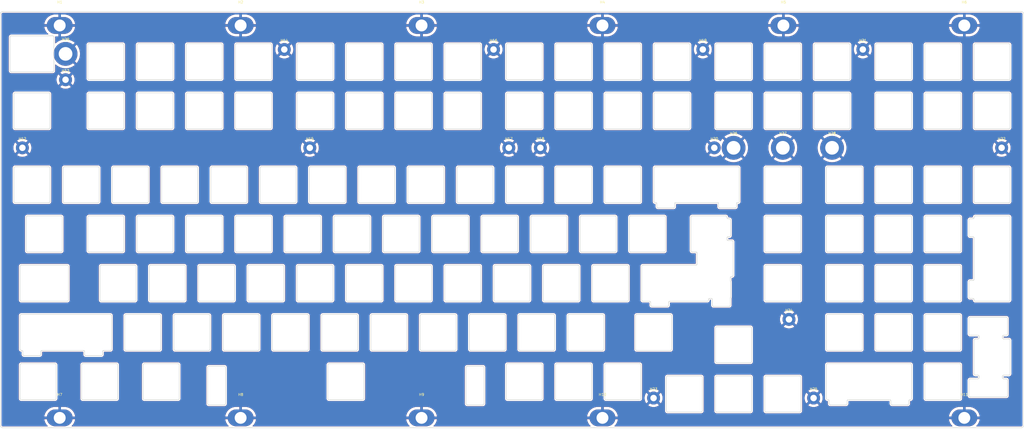
<source format=kicad_pcb>
(kicad_pcb (version 20200724) (host pcbnew "(5.99.0-2421-g2ea5528cd)")
  (layers (0 "F.Cu" signal) (31 "B.Cu" signal) (34 "B.Paste" user) (35 "F.Paste" user) (36 "B.SilkS" user) (37 "F.SilkS" user) (38 "B.Mask" user) (39 "F.Mask" user) (44 "Edge.Cuts" user))
  (net 0 "")
  (net 1 "Mounting-hole")
  (module "acheronHardware:PEM-KF2-M3-ET_(solder-in)" (layer "F.Cu") (at 93 157.2)
    (fp_text reference "H8" (at 0 -9 unlocked) (layer "F.SilkS"))
    (fp_text value "MountingHole_Pad")
    (pad "1" thru_hole oval (at 0 0) (size 10 6.5) (drill 4.6) (layers *.Cu *.Mask) (net 1 "Mounting-hole"))
  )
  (module "acheronHardware:PEM-KF2-M3-ET_(solder-in)" (layer "F.Cu") (at 373 5.375)
    (fp_text reference "H6" (at 0 -9 unlocked) (layer "F.SilkS"))
    (fp_text value "MountingHole_Pad")
    (pad "1" thru_hole oval (at 0 0) (size 10 6.5) (drill 4.6) (layers *.Cu *.Mask) (net 1 "Mounting-hole"))
  )
  (module "MountingHole:MountingHole_2.5mm_Pad" (layer "F.Cu") (at 276.2623 52.7125)
    (fp_text reference "H20" (at 0 -3.5) (layer "F.SilkS"))
    (fp_text value "MountingHole_Pad")
    (pad "1" thru_hole circle (at 0 0) (size 5 5) (drill 2.5) (layers *.Cu *.Mask) (net 1 "Mounting-hole"))
  )
  (module "acheronHardware:PEM-KF2-M3-ET_(solder-in)" (layer "F.Cu") (at 373 157.2)
    (fp_text reference "H11" (at 0 -9 unlocked) (layer "F.SilkS"))
    (fp_text value "MountingHole_Pad")
    (pad "1" thru_hole oval (at 0 0) (size 10 6.5) (drill 4.6) (layers *.Cu *.Mask) (net 1 "Mounting-hole"))
  )
  (module "acheronHardware:PEM-KF2-M3-ET_(solder-in)" (layer "F.Cu") (at 233 157.2)
    (fp_text reference "H10" (at 0 -9 unlocked) (layer "F.SilkS"))
    (fp_text value "MountingHole_Pad")
    (pad "1" thru_hole oval (at 0 0) (size 10 6.5) (drill 4.6) (layers *.Cu *.Mask) (net 1 "Mounting-hole"))
  )
  (module "MountingHole:MountingHole_5.3mm_M5_DIN965_Pad" (layer "F.Cu") (at 283.7255 52.7125)
    (fp_text reference "H26" (at 0 -5.6) (layer "F.SilkS"))
    (fp_text value "MountingHole_Pad")
    (pad "1" thru_hole circle (at 0 0) (size 9.2 9.2) (drill 5.3) (layers *.Cu *.Mask) (net 1 "Mounting-hole"))
  )
  (module "MountingHole:MountingHole_5.3mm_M5_DIN965_Pad" (layer "F.Cu") (at 321.8255 52.7125)
    (fp_text reference "H28" (at 0 -5.6) (layer "F.SilkS"))
    (fp_text value "MountingHole_Pad")
    (pad "1" thru_hole circle (at 0 0) (size 9.2 9.2) (drill 5.3) (layers *.Cu *.Mask) (net 1 "Mounting-hole"))
  )
  (module "MountingHole:MountingHole_2.5mm_Pad" (layer "F.Cu") (at 109.89425 14.675)
    (fp_text reference "H14" (at 0 -3.5) (layer "F.SilkS"))
    (fp_text value "MountingHole_Pad")
    (pad "1" thru_hole circle (at 0 0) (size 5 5) (drill 2.5) (layers *.Cu *.Mask) (net 1 "Mounting-hole"))
  )
  (module "acheronHardware:PEM-KF2-M3-ET_(solder-in)" (layer "F.Cu") (at 233 5.375)
    (fp_text reference "H4" (at 0 -9 unlocked) (layer "F.SilkS"))
    (fp_text value "MountingHole_Pad")
    (pad "1" thru_hole oval (at 0 0) (size 10 6.5) (drill 4.6) (layers *.Cu *.Mask) (net 1 "Mounting-hole"))
  )
  (module "acheronHardware:PEM-KF2-M3-ET_(solder-in)" (layer "F.Cu") (at 23 5.375)
    (fp_text reference "H1" (at 0 -9 unlocked) (layer "F.SilkS"))
    (fp_text value "MountingHole_Pad")
    (pad "1" thru_hole oval (at 0 0) (size 10 6.5) (drill 4.6) (layers *.Cu *.Mask) (net 1 "Mounting-hole"))
  )
  (module "MountingHole:MountingHole_2.5mm_Pad" (layer "F.Cu") (at 333.73175 14.675)
    (fp_text reference "H21" (at 0 -3.5) (layer "F.SilkS"))
    (fp_text value "MountingHole_Pad")
    (pad "1" thru_hole circle (at 0 0) (size 5 5) (drill 2.5) (layers *.Cu *.Mask) (net 1 "Mounting-hole"))
  )
  (module "MountingHole:MountingHole_2.5mm_Pad" (layer "F.Cu") (at 305.157 119.1)
    (fp_text reference "H24" (at 0 -3.5) (layer "F.SilkS"))
    (fp_text value "MountingHole_Pad")
    (pad "1" thru_hole circle (at 0 0) (size 5 5) (drill 2.5) (layers *.Cu *.Mask) (net 1 "Mounting-hole"))
  )
  (module "MountingHole:MountingHole_2.5mm_Pad" (layer "F.Cu") (at 190.85675 14.675)
    (fp_text reference "H16" (at 0 -3.5) (layer "F.SilkS"))
    (fp_text value "MountingHole_Pad")
    (pad "1" thru_hole circle (at 0 0) (size 5 5) (drill 2.5) (layers *.Cu *.Mask) (net 1 "Mounting-hole"))
  )
  (module "acheronHardware:PEM-KF2-M3-ET_(solder-in)" (layer "F.Cu") (at 23 157.2)
    (fp_text reference "H7" (at 0 -9 unlocked) (layer "F.SilkS"))
    (fp_text value "MountingHole_Pad")
    (pad "1" thru_hole oval (at 0 0) (size 10 6.5) (drill 4.6) (layers *.Cu *.Mask) (net 1 "Mounting-hole"))
  )
  (module "MountingHole:MountingHole_2.5mm_Pad" (layer "F.Cu") (at 208.963 52.7125)
    (fp_text reference "H18" (at 0 -3.5) (layer "F.SilkS"))
    (fp_text value "MountingHole_Pad")
    (pad "1" thru_hole circle (at 0 0) (size 5 5) (drill 2.5) (layers *.Cu *.Mask) (net 1 "Mounting-hole"))
  )
  (module "MountingHole:MountingHole_2.5mm_Pad" (layer "F.Cu") (at 119.763 52.7125)
    (fp_text reference "H15" (at 0 -3.5) (layer "F.SilkS"))
    (fp_text value "MountingHole_Pad")
    (pad "1" thru_hole circle (at 0 0) (size 5 5) (drill 2.5) (layers *.Cu *.Mask) (net 1 "Mounting-hole"))
  )
  (module "acheronHardware:PEM-KF2-M3-ET_(solder-in)" (layer "F.Cu") (at 163 5.375)
    (fp_text reference "H3" (at 0 -9 unlocked) (layer "F.SilkS"))
    (fp_text value "MountingHole_Pad")
    (pad "1" thru_hole oval (at 0 0) (size 10 6.5) (drill 4.6) (layers *.Cu *.Mask) (net 1 "Mounting-hole"))
  )
  (module "MountingHole:MountingHole_2.5mm_Pad" (layer "F.Cu") (at 25.263 26.375)
    (fp_text reference "H13" (at 0 -3.5) (layer "F.SilkS"))
    (fp_text value "MountingHole_Pad")
    (pad "1" thru_hole circle (at 0 0) (size 5 5) (drill 2.5) (layers *.Cu *.Mask) (net 1 "Mounting-hole"))
  )
  (module "MountingHole:MountingHole_2.5mm_Pad" (layer "F.Cu") (at 196.7623 52.7125)
    (fp_text reference "H17" (at 0 -3.5) (layer "F.SilkS"))
    (fp_text value "MountingHole_Pad")
    (pad "1" thru_hole circle (at 0 0) (size 5 5) (drill 2.5) (layers *.Cu *.Mask) (net 1 "Mounting-hole"))
  )
  (module "MountingHole:MountingHole_5.3mm_M5_DIN965_Pad" (layer "F.Cu") (at 25.263 16.375)
    (fp_text reference "H29" (at 0 -5.6) (layer "F.SilkS"))
    (fp_text value "MountingHole_Pad")
    (pad "1" thru_hole circle (at 0 0) (size 9.2 9.2) (drill 5.3) (layers *.Cu *.Mask) (net 1 "Mounting-hole"))
  )
  (module "MountingHole:MountingHole_2.5mm_Pad" (layer "F.Cu") (at 314.68175 149.531112)
    (fp_text reference "H25" (at 0 -3.5) (layer "F.SilkS"))
    (fp_text value "MountingHole_Pad")
    (pad "1" thru_hole circle (at 0 0) (size 5 5) (drill 2.5) (layers *.Cu *.Mask) (net 1 "Mounting-hole"))
  )
  (module "MountingHole:MountingHole_2.5mm_Pad" (layer "F.Cu") (at 271.81925 14.675)
    (fp_text reference "H19" (at 0 -3.5) (layer "F.SilkS"))
    (fp_text value "MountingHole_Pad")
    (pad "1" thru_hole circle (at 0 0) (size 5 5) (drill 2.5) (layers *.Cu *.Mask) (net 1 "Mounting-hole"))
  )
  (module "MountingHole:MountingHole_5.3mm_M5_DIN965_Pad" (layer "F.Cu") (at 302.7755 52.7125)
    (fp_text reference "H27" (at 0 -5.6) (layer "F.SilkS"))
    (fp_text value "MountingHole_Pad")
    (pad "1" thru_hole circle (at 0 0) (size 9.2 9.2) (drill 5.3) (layers *.Cu *.Mask) (net 1 "Mounting-hole"))
  )
  (module "acheronHardware:PEM-KF2-M3-ET_(solder-in)" (layer "F.Cu") (at 93 5.375)
    (fp_text reference "H2" (at 0 -9 unlocked) (layer "F.SilkS"))
    (fp_text value "MountingHole_Pad")
    (pad "1" thru_hole oval (at 0 0) (size 10 6.5) (drill 4.6) (layers *.Cu *.Mask) (net 1 "Mounting-hole"))
  )
  (module "MountingHole:MountingHole_2.5mm_Pad" (layer "F.Cu") (at 8.563 52.7125)
    (fp_text reference "H12" (at 0 -3.5) (layer "F.SilkS"))
    (fp_text value "MountingHole_Pad")
    (pad "1" thru_hole circle (at 0 0) (size 5 5) (drill 2.5) (layers *.Cu *.Mask) (net 1 "Mounting-hole"))
  )
  (module "MountingHole:MountingHole_2.5mm_Pad" (layer "F.Cu") (at 252.76925 149.531112)
    (fp_text reference "H23" (at 0 -3.5) (layer "F.SilkS"))
    (fp_text value "MountingHole_Pad")
    (pad "1" thru_hole circle (at 0 0) (size 5 5) (drill 2.5) (layers *.Cu *.Mask) (net 1 "Mounting-hole"))
  )
  (module "MountingHole:MountingHole_2.5mm_Pad" (layer "F.Cu") (at 387.437 52.7125)
    (fp_text reference "H22" (at 0 -3.5) (layer "F.SilkS"))
    (fp_text value "MountingHole_Pad")
    (pad "1" thru_hole circle (at 0 0) (size 5 5) (drill 2.5) (layers *.Cu *.Mask) (net 1 "Mounting-hole"))
  )
  (module "acheronHardware:PEM-KF2-M3-ET_(solder-in)" (layer "F.Cu") (at 303 5.375)
    (fp_text reference "H5" (at 0 -9 unlocked) (layer "F.SilkS"))
    (fp_text value "MountingHole_Pad")
    (pad "1" thru_hole oval (at 0 0) (size 10 6.5) (drill 4.6) (layers *.Cu *.Mask) (net 1 "Mounting-hole"))
  )
  (module "acheronHardware:PEM-KF2-M3-ET_(solder-in)" (layer "F.Cu") (at 163 157.2)
    (fp_text reference "H9" (at 0 -9 unlocked) (layer "F.SilkS"))
    (fp_text value "MountingHole_Pad")
    (pad "1" thru_hole oval (at 0 0) (size 10 6.5) (drill 4.6) (layers *.Cu *.Mask) (net 1 "Mounting-hole"))
  )
  (gr_arc (start 282.081749 110.513) (end 282.494749 110.794835) (angle -34.30999269) (layer "Edge.Cuts") (width 0.2))
  (gr_arc (start 352.137999 44.925001) (end 352.137999 45.425001) (angle -90) (layer "Edge.Cuts") (width 0.2))
  (gr_arc (start 123.537999 79.55) (end 124.037999 79.55) (angle -90) (layer "Edge.Cuts") (width 0.2))
  (gr_line (start 69.269249 149.7) (end 69.269249 136.7) (layer "Edge.Cuts") (width 0.2))
  (gr_line (start 185.450499 12.375001) (end 172.450499 12.375001) (layer "Edge.Cuts") (width 0.2))
  (gr_arc (start 94.962999 73.5) (end 94.962999 74) (angle -90) (layer "Edge.Cuts") (width 0.2))
  (gr_line (start 76.700499 98.6) (end 76.700499 111.6) (layer "Edge.Cuts") (width 0.2))
  (gr_arc (start 266.412999 44.925001) (end 266.412999 45.425001) (angle -90) (layer "Edge.Cuts") (width 0.2))
  (gr_line (start 276.725499 31.925001) (end 276.725499 44.925001) (layer "Edge.Cuts") (width 0.2))
  (gr_arc (start 320.087999 117.65) (end 320.087999 117.15) (angle -90) (layer "Edge.Cuts") (width 0.2))
  (gr_line (start 31.956749 150.2) (end 44.956749 150.2) (layer "Edge.Cuts") (width 0.2))
  (gr_line (start 152.900499 31.925001) (end 152.900499 44.925001) (layer "Edge.Cuts") (width 0.2))
  (gr_line (start 100.225499 130.65) (end 100.225499 117.65) (layer "Edge.Cuts") (width 0.2))
  (gr_arc (start 72.437999 31.925001) (end 72.437999 31.425001) (angle -90) (layer "Edge.Cuts") (width 0.2))
  (gr_arc (start 339.137999 130.65) (end 338.637999 130.65) (angle -90) (layer "Edge.Cuts") (width 0.2))
  (gr_arc (start 85.437999 31.925001) (end 85.937999 31.925001) (angle -90) (layer "Edge.Cuts") (width 0.2))
  (gr_arc (start 114.012999 60.500001) (end 114.512999 60.500001) (angle -90) (layer "Edge.Cuts") (width 0.2))
  (gr_arc (start 209.262999 25.875001) (end 209.262999 26.375001) (angle -90) (layer "Edge.Cuts") (width 0.2))
  (gr_line (start 176.712999 60.500001) (end 176.712999 73.5) (layer "Edge.Cuts") (width 0.2))
  (gr_arc (start 186.706749 137.7) (end 187.206749 137.7) (angle -90) (layer "Edge.Cuts") (width 0.2))
  (gr_line (start 104.987999 92.55) (end 104.987999 79.55) (layer "Edge.Cuts") (width 0.2))
  (gr_line (start 52.887999 79.55) (end 52.887999 92.55) (layer "Edge.Cuts") (width 0.2))
  (gr_line (start 3.763 9.875) (end 3.763 22.875) (layer "Edge.Cuts") (width 0.2))
  (gr_line (start 247.862999 149.7) (end 247.862999 136.7) (layer "Edge.Cuts") (width 0.2))
  (gr_line (start 91.487999 93.05) (end 104.487999 93.05) (layer "Edge.Cuts") (width 0.2))
  (gr_line (start 309.775499 25.875001) (end 309.775499 12.875001) (layer "Edge.Cuts") (width 0.2))
  (gr_arc (start 351.850999 150.5) (end 351.850999 150.2) (angle -90) (layer "Edge.Cuts") (width 0.2))
  (gr_line (start 133.850499 98.6) (end 133.850499 111.6) (layer "Edge.Cuts") (width 0.2))
  (gr_arc (start 375.237999 86.637) (end 374.737999 86.637) (angle -90) (layer "Edge.Cuts") (width 0.2))
  (gr_arc (start 234.362999 12.875001) (end 234.362999 12.375001) (angle -90) (layer "Edge.Cuts") (width 0.2))
  (gr_line (start 148.137999 79.55) (end 148.137999 92.55) (layer "Edge.Cuts") (width 0.2))
  (gr_line (start 327.674999 151.7) (end 327.674999 150.5) (layer "Edge.Cuts") (width 0.2))
  (gr_line (start 86.225499 117.65) (end 86.225499 130.65) (layer "Edge.Cuts") (width 0.2))
  (gr_arc (start 390.237999 25.875001) (end 390.237999 26.375001) (angle -90) (layer "Edge.Cuts") (width 0.2))
  (gr_line (start 319.587999 98.6) (end 319.587999 111.6) (layer "Edge.Cuts") (width 0.2))
  (gr_arc (start 18.762998 31.925001) (end 19.262998 31.925001) (angle -90) (layer "Edge.Cuts") (width 0.2))
  (gr_line (start 271.175499 140.9625) (end 258.175499 140.9625) (layer "Edge.Cuts") (width 0.2))
  (gr_arc (start 339.137999 60.500001) (end 339.137999 60.000001) (angle -90) (layer "Edge.Cuts") (width 0.2))
  (gr_arc (start 172.450499 111.6) (end 171.950499 111.6) (angle -90) (layer "Edge.Cuts") (width 0.2))
  (gr_line (start 309.775499 111.6) (end 309.775499 98.6) (layer "Edge.Cuts") (width 0.2))
  (gr_arc (start 282.081749 80.637) (end 282.581749 80.637) (angle -90) (layer "Edge.Cuts") (width 0.2))
  (gr_arc (start 37.812999 73.5) (end 37.812999 74) (angle -90) (layer "Edge.Cuts") (width 0.2))
  (gr_arc (start 91.487999 79.55) (end 91.487999 79.05) (angle -90) (layer "Edge.Cuts") (width 0.2))
  (gr_arc (start 215.312999 12.875001) (end 215.312999 12.375001) (angle -90) (layer "Edge.Cuts") (width 0.2))
  (gr_line (start 277.225499 26.375001) (end 290.225499 26.375001) (layer "Edge.Cuts") (width 0.2))
  (gr_arc (start 58.150499 98.6) (end 58.150499 98.1) (angle -90) (layer "Edge.Cuts") (width 0.2))
  (gr_arc (start 23.525499 79.55) (end 24.025499 79.55) (angle -90) (layer "Edge.Cuts") (width 0.2))
  (gr_arc (start 16.031249 131.45) (end 16.031249 131.15) (angle -90) (layer "Edge.Cuts") (width 0.2))
  (gr_line (start 201.025499 131.15) (end 214.025499 131.15) (layer "Edge.Cuts") (width 0.2))
  (gr_arc (start 91.487999 25.875001) (end 90.987999 25.875001) (angle -90) (layer "Edge.Cuts") (width 0.2))
  (gr_arc (start 128.300499 98.6) (end 128.800499 98.6) (angle -90) (layer "Edge.Cuts") (width 0.2))
  (gr_arc (start 375.237999 104.513) (end 375.237999 104.013) (angle -90) (layer "Edge.Cuts") (width 0.2))
  (gr_line (start 133.062999 60.000001) (end 120.062999 60.000001) (layer "Edge.Cuts") (width 0.2))
  (gr_line (start 376.737999 127.175) (end 376.737999 140.175) (layer "Edge.Cuts") (width 0.2))
  (gr_line (start 37.812999 60.000001) (end 24.812999 60.000001) (layer "Edge.Cuts") (width 0.2))
  (gr_line (start 171.162999 60.000001) (end 158.162999 60.000001) (layer "Edge.Cuts") (width 0.2))
  (gr_line (start 134.350499 112.1) (end 147.350499 112.1) (layer "Edge.Cuts") (width 0.2))
  (gr_line (start 171.950499 31.925001) (end 171.950499 44.925001) (layer "Edge.Cuts") (width 0.2))
  (gr_line (start 8.14425 131.15) (end 8.43125 131.15) (layer "Edge.Cuts") (width 0.2))
  (gr_line (start 115.300499 45.425001) (end 128.300499 45.425001) (layer "Edge.Cuts") (width 0.2))
  (gr_line (start 371.687999 44.925001) (end 371.687999 31.925001) (layer "Edge.Cuts") (width 0.2))
  (gr_line (start 71.937999 12.875001) (end 71.937999 25.875001) (layer "Edge.Cuts") (width 0.2))
  (gr_arc (start 153.400499 98.6) (end 153.400499 98.1) (angle -90) (layer "Edge.Cuts") (width 0.2))
  (gr_line (start 229.100499 98.6) (end 229.100499 111.6) (layer "Edge.Cuts") (width 0.2))
  (gr_line (start 269.281749 98.1) (end 248.650499 98.1) (layer "Edge.Cuts") (width 0.2))
  (gr_arc (start 258.175499 154.4625) (end 257.675499 154.4625) (angle -90) (layer "Edge.Cuts") (width 0.2))
  (gr_arc (start 339.137999 31.925001) (end 339.137999 31.425001) (angle -90) (layer "Edge.Cuts") (width 0.2))
  (gr_line (start 269.581749 93.35) (end 269.581749 97.8) (layer "Edge.Cuts") (width 0.2))
  (gr_arc (start 77.200499 111.6) (end 76.700499 111.6) (angle -90) (layer "Edge.Cuts") (width 0.2))
  (gr_line (start 66.387999 12.375001) (end 53.387999 12.375001) (layer "Edge.Cuts") (width 0.2))
  (gr_arc (start 352.137999 111.6) (end 352.137999 112.1) (angle -90) (layer "Edge.Cuts") (width 0.2))
  (gr_line (start 319.587999 136.7) (end 319.587999 149.7) (layer "Edge.Cuts") (width 0.2))
  (gr_arc (start 375.237999 80.637) (end 375.237999 80.137) (angle -90) (layer "Edge.Cuts") (width 0.2))
  (gr_line (start 186.237999 79.55) (end 186.237999 92.55) (layer "Edge.Cuts") (width 0.2))
  (gr_line (start 180.687999 79.05) (end 167.687999 79.05) (layer "Edge.Cuts") (width 0.2))
  (gr_arc (start 273.556749 111.6) (end 273.556749 112.1) (angle -90) (layer "Edge.Cuts") (width 0.2))
  (gr_arc (start 191.500499 111.6) (end 191.000499 111.6) (angle -90) (layer "Edge.Cuts") (width 0.2))
  (gr_line (start 147.850499 111.6) (end 147.850499 98.6) (layer "Edge.Cuts") (width 0.2))
  (gr_arc (start 80.675499 130.65) (end 80.675499 131.15) (angle -90) (layer "Edge.Cuts") (width 0.2))
  (gr_arc (start 171.162999 60.500001) (end 171.662999 60.500001) (angle -90) (layer "Edge.Cuts") (width 0.2))
  (gr_line (start 247.362999 136.2) (end 234.362999 136.2) (layer "Edge.Cuts") (width 0.2))
  (gr_line (start 10.5255 93.049999) (end 23.525499 93.05) (layer "Edge.Cuts") (width 0.2))
  (gr_line (start 20.262999 9.375) (end 4.263 9.375) (layer "Edge.Cuts") (width 0.2))
  (gr_line (start 296.275499 93.05) (end 309.275499 93.05) (layer "Edge.Cuts") (width 0.2))
  (gr_line (start 195.475499 130.65) (end 195.475499 117.65) (layer "Edge.Cuts") (width 0.2))
  (gr_arc (start 18.762999 73.499999) (end 18.762999 73.999999) (angle -90) (layer "Edge.Cuts") (width 0.2))
  (gr_line (start 24.025499 92.55) (end 24.025499 79.55) (layer "Edge.Cuts") (width 0.2))
  (gr_arc (start 8.14425 136.7) (end 8.14425 136.199999) (angle -90) (layer "Edge.Cuts") (width 0.2))
  (gr_line (start 67.175499 117.65) (end 67.175499 130.65) (layer "Edge.Cuts") (width 0.2))
  (gr_line (start 62.125499 130.65) (end 62.125499 117.65) (layer "Edge.Cuts") (width 0.2))
  (gr_line (start 390.237999 126.675) (end 388.237999 126.675) (layer "Edge.Cuts") (width 0.2))
  (gr_arc (start 290.225499 25.875001) (end 290.225499 26.375001) (angle -90) (layer "Edge.Cuts") (width 0.2))
  (gr_line (start 375.237999 125.237) (end 378.237999 125.237) (layer "Edge.Cuts") (width 0.2))
  (gr_arc (start 253.412999 73.5) (end 252.912999 73.5) (angle -90) (layer "Edge.Cuts") (width 0.2))
  (gr_line (start 339.137999 74) (end 352.137999 74) (layer "Edge.Cuts") (width 0.2))
  (gr_arc (start 320.374999 150.5) (end 320.674999 150.5) (angle -90) (layer "Edge.Cuts") (width 0.2))
  (gr_arc (start 320.087999 130.65) (end 319.587999 130.65) (angle -90) (layer "Edge.Cuts") (width 0.2))
  (gr_line (start 320.087999 112.1) (end 333.087999 112.1) (layer "Edge.Cuts") (width 0.2))
  (gr_arc (start 118.775499 130.65) (end 118.775499 131.15) (angle -90) (layer "Edge.Cuts") (width 0.2))
  (gr_arc (start 247.362999 25.875001) (end 247.362999 26.375001) (angle -90) (layer "Edge.Cuts") (width 0.2))
  (gr_line (start 166.400499 12.375001) (end 153.400499 12.375001) (layer "Edge.Cuts") (width 0.2))
  (gr_arc (start 378.237999 141.175) (end 378.737999 141.175) (angle -90) (layer "Edge.Cuts") (width 0.2))
  (gr_line (start 296.275499 74) (end 309.275499 74) (layer "Edge.Cuts") (width 0.2))
  (gr_arc (start 142.587999 92.55) (end 142.587999 93.05) (angle -90) (layer "Edge.Cuts") (width 0.2))
  (gr_arc (start 186.706749 151.7) (end 186.706749 152.2) (angle -90) (layer "Edge.Cuts") (width 0.2))
  (gr_arc (start 115.300499 12.875001) (end 115.300499 12.375001) (angle -90) (layer "Edge.Cuts") (width 0.2))
  (gr_line (start 185.950499 25.875001) (end 185.950499 12.875001) (layer "Edge.Cuts") (width 0.2))
  (gr_line (start 147.350499 98.1) (end 134.350499 98.1) (layer "Edge.Cuts") (width 0.2))
  (gr_arc (start 252.118749 113.6) (end 251.618749 113.6) (angle -90) (layer "Edge.Cuts") (width 0.2))
  (gr_line (start 66.887999 44.925001) (end 66.887999 31.925001) (layer "Edge.Cuts") (width 0.2))
  (gr_line (start 284.875999 75.5) (end 284.875999 74) (layer "Edge.Cuts") (width 0.2))
  (gr_arc (start 258.118749 113.6) (end 258.118749 114.1) (angle -90) (layer "Edge.Cuts") (width 0.2))
  (gr_arc (start 205.787999 79.55) (end 205.787999 79.05) (angle -90) (layer "Edge.Cuts") (width 0.2))
  (gr_line (start 282.081749 80.137) (end 281.500499 80.137) (layer "Edge.Cuts") (width 0.2))
  (gr_arc (start 290.225499 122.4125) (end 290.725499 122.4125) (angle -90) (layer "Edge.Cuts") (width 0.2))
  (gr_line (start 233.575499 130.65) (end 233.575499 117.65) (layer "Edge.Cuts") (width 0.2))
  (gr_arc (start 201.025499 130.65) (end 200.525499 130.65) (angle -90) (layer "Edge.Cuts") (width 0.2))
  (gr_arc (start 86.725499 117.65) (end 86.725499 117.15) (angle -90) (layer "Edge.Cuts") (width 0.2))
  (gr_line (start 194.975499 117.15) (end 181.975499 117.15) (layer "Edge.Cuts") (width 0.2))
  (gr_arc (start 390.237999 79.55) (end 390.737999 79.55) (angle -90) (layer "Edge.Cuts") (width 0.2))
  (gr_line (start 219.575499 117.65) (end 219.575499 130.65) (layer "Edge.Cuts") (width 0.2))
  (gr_line (start 72.437999 26.375001) (end 85.437999 26.375001) (layer "Edge.Cuts") (width 0.2))
  (gr_arc (start 388.237999 126.175) (end 387.737999 126.175) (angle -90) (layer "Edge.Cuts") (width 0.2))
  (gr_arc (start 10.5255 79.549999) (end 10.5255 79.049999) (angle -90) (layer "Edge.Cuts") (width 0.2))
  (gr_line (start 52.100499 98.1) (end 39.100499 98.1) (layer "Edge.Cuts") (width 0.2))
  (gr_arc (start 139.112999 60.500001) (end 139.112999 60.000001) (angle -90) (layer "Edge.Cuts") (width 0.2))
  (gr_line (start 124.825499 131.15) (end 137.825499 131.15) (layer "Edge.Cuts") (width 0.2))
  (gr_line (start 309.775499 154.4625) (end 309.775499 141.4625) (layer "Edge.Cuts") (width 0.2))
  (gr_arc (start 375.237999 110.513) (end 374.737999 110.513) (angle -90) (layer "Edge.Cuts") (width 0.2))
  (gr_line (start 87.206749 151.7) (end 87.206749 137.7) (layer "Edge.Cuts") (width 0.2))
  (gr_arc (start 320.087999 92.55) (end 319.587999 92.55) (angle -90) (layer "Edge.Cuts") (width 0.2))
  (gr_line (start 128.800499 25.875001) (end 128.800499 12.875001) (layer "Edge.Cuts") (width 0.2))
  (gr_arc (start 274.356749 111.313) (end 274.356749 111.013) (angle -90) (layer "Edge.Cuts") (width 0.2))
  (gr_line (start 214.812999 60.500001) (end 214.812999 73.5) (layer "Edge.Cuts") (width 0.2))
  (gr_arc (start 129.587999 79.55) (end 129.587999 79.05) (angle -90) (layer "Edge.Cuts") (width 0.2))
  (gr_arc (start 185.450499 31.925001) (end 185.950499 31.925001) (angle -90) (layer "Edge.Cuts") (width 0.2))
  (gr_arc (start 215.312999 149.7) (end 214.812999 149.7) (angle -90) (layer "Edge.Cuts") (width 0.2))
  (gr_line (start 128.300499 98.1) (end 115.300499 98.1) (layer "Edge.Cuts") (width 0.2))
  (gr_arc (start 33.107249 132.65) (end 32.607249 132.65) (angle -90) (layer "Edge.Cuts") (width 0.2))
  (gr_arc (start 269.281749 93.35) (end 269.581749 93.35) (angle -90) (layer "Edge.Cuts") (width 0.2))
  (gr_line (start 100.512999 60.500001) (end 100.512999 73.5) (layer "Edge.Cuts") (width 0.2))
  (gr_line (start 128.800499 44.925001) (end 128.800499 31.925001) (layer "Edge.Cuts") (width 0.2))
  (gr_line (start 56.862999 60.000001) (end 43.862999 60.000001) (layer "Edge.Cuts") (width 0.2))
  (gr_line (start 24.312999 60.500001) (end 24.312999 73.5) (layer "Edge.Cuts") (width 0.2))
  (gr_arc (start 147.350499 44.925001) (end 147.350499 45.425001) (angle -90) (layer "Edge.Cuts") (width 0.2))
  (gr_line (start 358.187999 26.375001) (end 371.187999 26.375001) (layer "Edge.Cuts") (width 0.2))
  (gr_line (start 195.762999 136.7) (end 195.762999 149.7) (layer "Edge.Cuts") (width 0.2))
  (gr_arc (start 196.262999 12.875001) (end 196.262999 12.375001) (angle -90) (layer "Edge.Cuts") (width 0.2))
  (gr_arc (start 71.150499 98.6) (end 71.650499 98.6) (angle -90) (layer "Edge.Cuts") (width 0.2))
  (gr_line (start 16.031249 131.15) (end 32.307249 131.15) (layer "Edge.Cuts") (width 0.2))
  (gr_line (start 44.956749 136.2) (end 31.956749 136.2) (layer "Edge.Cuts") (width 0.2))
  (gr_arc (start 352.137999 130.65) (end 352.137999 131.15) (angle -90) (layer "Edge.Cuts") (width 0.2))
  (gr_arc (start 18.762999 60.5) (end 19.262999 60.5) (angle -90) (layer "Edge.Cuts") (width 0.2))
  (gr_arc (start 86.725499 130.65) (end 86.225499 130.65) (angle -90) (layer "Edge.Cuts") (width 0.2))
  (gr_arc (start 344.250999 150.5) (end 344.550999 150.5) (angle -90) (layer "Edge.Cuts") (width 0.2))
  (gr_arc (start 389.237999 148.613) (end 389.237999 149.113) (angle -90) (layer "Edge.Cuts") (width 0.2))
  (gr_arc (start 290.225499 154.4625) (end 290.225499 154.9625) (angle -90) (layer "Edge.Cuts") (width 0.2))
  (gr_arc (start 77.200499 98.6) (end 77.200499 98.1) (angle -90) (layer "Edge.Cuts") (width 0.2))
  (gr_line (start 5.263 31.925001) (end 5.263 44.925001) (layer "Edge.Cuts") (width 0.2))
  (gr_line (start 371.187999 12.375001) (end 358.187999 12.375001) (layer "Edge.Cuts") (width 0.2))
  (gr_line (start 158.162999 74) (end 171.162999 74) (layer "Edge.Cuts") (width 0.2))
  (gr_line (start 376.737999 60.500001) (end 376.737999 73.5) (layer "Edge.Cuts") (width 0.2))
  (gr_line (start 377.237999 112.1) (end 390.237999 112.1) (layer "Edge.Cuts") (width 0.2))
  (gr_arc (start 377.237999 60.500001) (end 377.237999 60.000001) (angle -90) (layer "Edge.Cuts") (width 0.2))
  (gr_line (start 260.999999 75.5) (end 260.999999 74) (layer "Edge.Cuts") (width 0.2))
  (gr_line (start 377.237999 74) (end 390.237999 74) (layer "Edge.Cuts") (width 0.2))
  (gr_arc (start 8.43125 131.45) (end 8.73125 131.45) (angle -90) (layer "Edge.Cuts") (width 0.2))
  (gr_arc (start 320.087999 79.55) (end 320.087999 79.05) (angle -90) (layer "Edge.Cuts") (width 0.2))
  (gr_arc (start 196.262999 44.925001) (end 195.762999 44.925001) (angle -90) (layer "Edge.Cuts") (width 0.2))
  (gr_line (start 376.737999 12.875001) (end 376.737999 25.875001) (layer "Edge.Cuts") (width 0.2))
  (gr_arc (start 358.187999 79.55) (end 358.187999 79.05) (angle -90) (layer "Edge.Cuts") (width 0.2))
  (gr_arc (start 134.350499 12.875001) (end 134.350499 12.375001) (angle -90) (layer "Edge.Cuts") (width 0.2))
  (gr_arc (start 296.275499 141.4625) (end 296.275499 140.9625) (angle -90) (layer "Edge.Cuts") (width 0.2))
  (gr_line (start 260.999999 74) (end 277.875999 74) (layer "Edge.Cuts") (width 0.2))
  (gr_arc (start 56.862999 73.5) (end 56.862999 74) (angle -90) (layer "Edge.Cuts") (width 0.2))
  (gr_line (start 228.312999 12.375001) (end 215.312999 12.375001) (layer "Edge.Cuts") (width 0.2))
  (gr_line (start 247.862999 44.925001) (end 247.862999 31.925001) (layer "Edge.Cuts") (width 0.2))
  (gr_line (start 290.225499 140.9625) (end 277.225499 140.9625) (layer "Edge.Cuts") (width 0.2))
  (gr_line (start 309.775499 92.55) (end 309.775499 79.55) (layer "Edge.Cuts") (width 0.2))
  (gr_line (start 309.275499 140.9625) (end 296.275499 140.9625) (layer "Edge.Cuts") (width 0.2))
  (gr_arc (start 215.312999 136.7) (end 215.312999 136.2) (angle -90) (layer "Edge.Cuts") (width 0.2))
  (gr_line (start 38.600499 98.6) (end 38.600499 111.6) (layer "Edge.Cuts") (width 0.2))
  (gr_line (start 339.137999 93.05) (end 352.137999 93.05) (layer "Edge.Cuts") (width 0.2))
  (gr_arc (start 285.462999 60.500001) (end 285.962999 60.500001) (angle -90) (layer "Edge.Cuts") (width 0.2))
  (gr_line (start 390.237999 60.000001) (end 377.237999 60.000001) (layer "Edge.Cuts") (width 0.2))
  (gr_arc (start 253.412999 60.500001) (end 253.412999 60.000001) (angle -90) (layer "Edge.Cuts") (width 0.2))
  (gr_line (start 91.487999 45.425001) (end 104.487999 45.425001) (layer "Edge.Cuts") (width 0.2))
  (gr_arc (start 376.437999 111.313) (end 376.737999 111.313) (angle -90) (layer "Edge.Cuts") (width 0.2))
  (gr_arc (start 377.237999 44.925001) (end 376.737999 44.925001) (angle -90) (layer "Edge.Cuts") (width 0.2))
  (gr_line (start 259.269249 117.15) (end 246.269249 117.15) (layer "Edge.Cuts") (width 0.2))
  (gr_arc (start 147.350499 12.875001) (end 147.850499 12.875001) (angle -90) (layer "Edge.Cuts") (width 0.2))
  (gr_arc (start 371.187999 117.65) (end 371.687999 117.65) (angle -90) (layer "Edge.Cuts") (width 0.2))
  (gr_line (start 209.262999 12.375001) (end 196.262999 12.375001) (layer "Edge.Cuts") (width 0.2))
  (gr_arc (start 128.300499 44.925001) (end 128.300499 45.425001) (angle -90) (layer "Edge.Cuts") (width 0.2))
  (gr_arc (start 134.350499 111.6) (end 133.850499 111.6) (angle -90) (layer "Edge.Cuts") (width 0.2))
  (gr_line (start 309.275499 79.05) (end 296.275499 79.05) (layer "Edge.Cuts") (width 0.2))
  (gr_line (start 339.137999 112.1) (end 352.137999 112.1) (layer "Edge.Cuts") (width 0.2))
  (gr_line (start 53.387999 26.375001) (end 66.387999 26.375001) (layer "Edge.Cuts") (width 0.2))
  (gr_line (start 143.375499 117.65) (end 143.375499 130.65) (layer "Edge.Cuts") (width 0.2))
  (gr_line (start 123.537999 79.05) (end 110.537999 79.05) (layer "Edge.Cuts") (width 0.2))
  (gr_line (start 333.087999 60.000001) (end 320.087999 60.000001) (layer "Edge.Cuts") (width 0.2))
  (gr_arc (start 185.450499 98.6) (end 185.950499 98.6) (angle -90) (layer "Edge.Cuts") (width 0.2))
  (gr_arc (start 253.412999 12.875001) (end 253.412999 12.375001) (angle -90) (layer "Edge.Cuts") (width 0.2))
  (gr_arc (start 320.087999 60.500001) (end 320.087999 60.000001) (angle -90) (layer "Edge.Cuts") (width 0.2))
  (gr_line (start 62.912999 74) (end 75.912999 74) (layer "Edge.Cuts") (width 0.2))
  (gr_arc (start 281.500499 79.837) (end 281.200499 79.837) (angle -90) (layer "Edge.Cuts") (width 0.2))
  (gr_arc (start 215.312999 44.925001) (end 214.812999 44.925001) (angle -90) (layer "Edge.Cuts") (width 0.2))
  (gr_line (start 187.206749 151.7) (end 187.206749 137.7) (layer "Edge.Cuts") (width 0.2))
  (gr_line (start 339.137999 131.15) (end 352.137999 131.15) (layer "Edge.Cuts") (width 0.2))
  (gr_line (start 234.362999 45.425001) (end 247.362999 45.425001) (layer "Edge.Cuts") (width 0.2))
  (gr_line (start 196.262999 150.2) (end 209.262999 150.2) (layer "Edge.Cuts") (width 0.2))
  (gr_line (start 114.512999 73.5) (end 114.512999 60.500001) (layer "Edge.Cuts") (width 0.2))
  (gr_arc (start 172.450499 25.875001) (end 171.950499 25.875001) (angle -90) (layer "Edge.Cuts") (width 0.2))
  (gr_line (start 333.587999 73.5) (end 333.587999 60.500001) (layer "Edge.Cuts") (width 0.2))
  (gr_line (start 266.412999 31.425001) (end 253.412999 31.425001) (layer "Edge.Cuts") (width 0.2))
  (gr_arc (start 352.137999 60.500001) (end 352.637999 60.500001) (angle -90) (layer "Edge.Cuts") (width 0.2))
  (gr_arc (start 68.769249 136.7) (end 69.269249 136.7) (angle -90) (layer "Edge.Cuts") (width 0.2))
  (gr_arc (start 23.525499 92.55) (end 23.525499 93.05) (angle -90) (layer "Edge.Cuts") (width 0.2))
  (gr_arc (start 62.912999 73.5) (end 62.412999 73.5) (angle -90) (layer "Edge.Cuts") (width 0.2))
  (gr_line (start 284.875999 74) (end 285.462999 74) (layer "Edge.Cuts") (width 0.2))
  (gr_arc (start 237.837999 79.55) (end 238.337999 79.55) (angle -90) (layer "Edge.Cuts") (width 0.2))
  (gr_arc (start 53.387999 92.55) (end 52.887999 92.55) (angle -90) (layer "Edge.Cuts") (width 0.2))
  (gr_line (start 283.081749 88.575) (end 281.500499 88.575) (layer "Edge.Cuts") (width 0.2))
  (gr_line (start 371.687999 25.875001) (end 371.687999 12.875001) (layer "Edge.Cuts") (width 0.2))
  (gr_line (start 143.087999 92.55) (end 143.087999 79.55) (layer "Edge.Cuts") (width 0.2))
  (gr_line (start 247.362999 60.000001) (end 234.362999 60.000001) (layer "Edge.Cuts") (width 0.2))
  (gr_line (start 377.237999 45.425001) (end 390.237999 45.425001) (layer "Edge.Cuts") (width 0.2))
  (gr_arc (start 237.837999 92.55) (end 237.837999 93.05) (angle -90) (layer "Edge.Cuts") (width 0.2))
  (gr_arc (start 260.499999 75.5) (end 260.499999 76) (angle -90) (layer "Edge.Cuts") (width 0.2))
  (gr_line (start 185.950499 44.925001) (end 185.950499 31.925001) (layer "Edge.Cuts") (width 0.2))
  (gr_line (start 162.925499 131.15) (end 175.925499 131.15) (layer "Edge.Cuts") (width 0.2))
  (gr_line (start 394.999999 160.999999) (end 1 160.999999) (layer "Edge.Cuts") (width 0.2))
  (gr_line (start 119.562999 60.500001) (end 119.562999 73.5) (layer "Edge.Cuts") (width 0.2))
  (gr_line (start 104.487999 31.425001) (end 91.487999 31.425001) (layer "Edge.Cuts") (width 0.2))
  (gr_arc (start 358.187999 136.7) (end 358.187999 136.2) (angle -90) (layer "Edge.Cuts") (width 0.2))
  (gr_line (start 7.64425 117.65) (end 7.64425 130.65) (layer "Edge.Cuts") (width 0.2))
  (gr_line (start 253.412999 45.425001) (end 266.412999 45.425001) (layer "Edge.Cuts") (width 0.2))
  (gr_line (start 228.812999 25.875001) (end 228.812999 12.875001) (layer "Edge.Cuts") (width 0.2))
  (gr_line (start 351.550999 151.7) (end 351.550999 150.5) (layer "Edge.Cuts") (width 0.2))
  (gr_line (start 39.907249 131.15) (end 42.575499 131.15) (layer "Edge.Cuts") (width 0.2))
  (gr_line (start 66.887999 92.55) (end 66.887999 79.55) (layer "Edge.Cuts") (width 0.2))
  (gr_arc (start 91.487999 44.925001) (end 90.987999 44.925001) (angle -90) (layer "Edge.Cuts") (width 0.2))
  (gr_arc (start 378.237999 126.175) (end 378.237999 126.675) (angle -90) (layer "Edge.Cuts") (width 0.2))
  (gr_arc (start 52.100499 111.6) (end 52.100499 112.1) (angle -90) (layer "Edge.Cuts") (width 0.2))
  (gr_arc (start 143.875499 117.65) (end 143.875499 117.15) (angle -90) (layer "Edge.Cuts") (width 0.2))
  (gr_arc (start 172.450499 98.6) (end 172.450499 98.1) (angle -90) (layer "Edge.Cuts") (width 0.2))
  (gr_line (start 358.187999 45.425001) (end 371.187999 45.425001) (layer "Edge.Cuts") (width 0.2))
  (gr_line (start 371.687999 73.5) (end 371.687999 60.500001) (layer "Edge.Cuts") (width 0.2))
  (gr_arc (start 66.387999 12.875001) (end 66.887999 12.875001) (angle -90) (layer "Edge.Cuts") (width 0.2))
  (gr_arc (start 390.237999 60.500001) (end 390.737999 60.500001) (angle -90) (layer "Edge.Cuts") (width 0.2))
  (gr_line (start 33.107249 133.15) (end 39.107249 133.15) (layer "Edge.Cuts") (width 0.2))
  (gr_arc (start 390.237999 73.5) (end 390.237999 74) (angle -90) (layer "Edge.Cuts") (width 0.2))
  (gr_arc (start 172.450499 12.875001) (end 172.450499 12.375001) (angle -90) (layer "Edge.Cuts") (width 0.2))
  (gr_line (start 48.125499 117.65) (end 48.125499 130.65) (layer "Edge.Cuts") (width 0.2))
  (gr_line (start 357.687999 60.500001) (end 357.687999 73.5) (layer "Edge.Cuts") (width 0.2))
  (gr_arc (start 34.337999 92.55) (end 33.837999 92.55) (angle -90) (layer "Edge.Cuts") (width 0.2))
  (gr_arc (start 39.107249 132.65) (end 39.107249 133.15) (angle -90) (layer "Edge.Cuts") (width 0.2))
  (gr_line (start 34.337999 93.05) (end 47.337999 93.05) (layer "Edge.Cuts") (width 0.2))
  (gr_arc (start 61.625499 130.65) (end 61.625499 131.15) (angle -90) (layer "Edge.Cuts") (width 0.2))
  (gr_line (start 219.287999 92.55) (end 219.287999 79.55) (layer "Edge.Cuts") (width 0.2))
  (gr_arc (start 152.112999 73.5) (end 152.112999 74) (angle -90) (layer "Edge.Cuts") (width 0.2))
  (gr_line (start 8.73125 131.45) (end 8.73125 132.65) (layer "Edge.Cuts") (width 0.2))
  (gr_line (start 47.837999 92.55) (end 47.837999 79.55) (layer "Edge.Cuts") (width 0.2))
  (gr_line (start 138.612999 60.500001) (end 138.612999 73.5) (layer "Edge.Cuts") (width 0.2))
  (gr_arc (start 175.925499 130.65) (end 175.925499 131.15) (angle -90) (layer "Edge.Cuts") (width 0.2))
  (gr_arc (start 8.14425 111.6) (end 7.64425 111.6) (angle -90) (layer "Edge.Cuts") (width 0.2))
  (gr_line (start 276.725499 122.4125) (end 276.725499 135.4125) (layer "Edge.Cuts") (width 0.2))
  (gr_arc (start 24.812999 60.500001) (end 24.812999 60.000001) (angle -90) (layer "Edge.Cuts") (width 0.2))
  (gr_line (start 371.187999 79.05) (end 358.187999 79.05) (layer "Edge.Cuts") (width 0.2))
  (gr_line (start 205.000499 111.6) (end 205.000499 98.6) (layer "Edge.Cuts") (width 0.2))
  (gr_arc (start 124.825499 117.65) (end 124.825499 117.15) (angle -90) (layer "Edge.Cuts") (width 0.2))
  (gr_line (start 234.362999 26.375001) (end 247.362999 26.375001) (layer "Edge.Cuts") (width 0.2))
  (gr_arc (start 251.318749 112.4) (end 251.618749 112.4) (angle -90) (layer "Edge.Cuts") (width 0.2))
  (gr_arc (start 104.487999 31.925001) (end 104.987999 31.925001) (angle -90) (layer "Edge.Cuts") (width 0.2))
  (gr_line (start 94.962999 60.000001) (end 81.962999 60.000001) (layer "Edge.Cuts") (width 0.2))
  (gr_arc (start 220.075499 130.65) (end 219.575499 130.65) (angle -90) (layer "Edge.Cuts") (width 0.2))
  (gr_arc (start 267.700499 79.55) (end 267.700499 79.05) (angle -90) (layer "Edge.Cuts") (width 0.2))
  (gr_line (start 282.581749 86.637) (end 282.581749 80.637) (layer "Edge.Cuts") (width 0.2))
  (gr_line (start 228.312999 60.000001) (end 215.312999 60.000001) (layer "Edge.Cuts") (width 0.2))
  (gr_line (start 101.012999 74) (end 114.012999 74) (layer "Edge.Cuts") (width 0.2))
  (gr_arc (start 31.956749 149.7) (end 31.456749 149.7) (angle -90) (layer "Edge.Cuts") (width 0.2))
  (gr_arc (start 91.487999 31.925001) (end 91.487999 31.425001) (angle -90) (layer "Edge.Cuts") (width 0.2))
  (gr_arc (start 55.769249 136.7) (end 55.769249 136.2) (angle -90) (layer "Edge.Cuts") (width 0.2))
  (gr_arc (start 9.23125 132.65) (end 8.73125 132.65) (angle -90) (layer "Edge.Cuts") (width 0.2))
  (gr_line (start 251.618749 112.4) (end 251.618749 113.6) (layer "Edge.Cuts") (width 0.2))
  (gr_line (start 371.187999 60.000001) (end 358.187999 60.000001) (layer "Edge.Cuts") (width 0.2))
  (gr_line (start 358.187999 112.1) (end 371.187999 112.1) (layer "Edge.Cuts") (width 0.2))
  (gr_line (start 53.387999 45.425001) (end 66.387999 45.425001) (layer "Edge.Cuts") (width 0.2))
  (gr_line (start 9.23125 133.15) (end 15.231249 133.15) (layer "Edge.Cuts") (width 0.2))
  (gr_arc (start 309.275499 154.4625) (end 309.275499 154.9625) (angle -90) (layer "Edge.Cuts") (width 0.2))
  (gr_line (start 167.687999 93.05) (end 180.687999 93.05) (layer "Edge.Cuts") (width 0.2))
  (gr_arc (start 282.081749 104.513) (end 282.581749 104.513) (angle -34.30999269) (layer "Edge.Cuts") (width 0.2))
  (gr_arc (start 128.300499 111.6) (end 128.300499 112.1) (angle -90) (layer "Edge.Cuts") (width 0.2))
  (gr_line (start 209.762999 25.875001) (end 209.762999 12.875001) (layer "Edge.Cuts") (width 0.2))
  (gr_line (start 315.325499 26.375001) (end 328.325499 26.375001) (layer "Edge.Cuts") (width 0.2))
  (gr_line (start 129.087999 79.55) (end 129.087999 92.55) (layer "Edge.Cuts") (width 0.2))
  (gr_arc (start 358.187999 130.65) (end 357.687999 130.65) (angle -90) (layer "Edge.Cuts") (width 0.2))
  (gr_line (start 47.337999 31.425001) (end 34.337999 31.425001) (layer "Edge.Cuts") (width 0.2))
  (gr_arc (start 66.387999 25.875001) (end 66.387999 26.375001) (angle -90) (layer "Edge.Cuts") (width 0.2))
  (gr_arc (start 47.337999 92.55) (end 47.337999 93.05) (angle -90) (layer "Edge.Cuts") (width 0.2))
  (gr_line (start 357.687999 98.6) (end 357.687999 111.6) (layer "Edge.Cuts") (width 0.2))
  (gr_line (start 166.400499 98.1) (end 153.400499 98.1) (layer "Edge.Cuts") (width 0.2))
  (gr_arc (start 127.206749 149.7) (end 126.706749 149.7) (angle -90) (layer "Edge.Cuts") (width 0.2))
  (gr_arc (start 166.400499 111.6) (end 166.400499 112.1) (angle -90) (layer "Edge.Cuts") (width 0.2))
  (gr_line (start 357.687999 136.7) (end 357.687999 149.7) (layer "Edge.Cuts") (width 0.2))
  (gr_line (start 224.837999 93.05) (end 237.837999 93.05) (layer "Edge.Cuts") (width 0.2))
  (gr_line (start 85.937999 25.875001) (end 85.937999 12.875001) (layer "Edge.Cuts") (width 0.2))
  (gr_line (start 109.250499 98.1) (end 96.250499 98.1) (layer "Edge.Cuts") (width 0.2))
  (gr_arc (start 377.237999 79.55) (end 377.237999 79.05) (angle -90) (layer "Edge.Cuts") (width 0.2))
  (gr_arc (start 196.262999 25.875001) (end 195.762999 25.875001) (angle -90) (layer "Edge.Cuts") (width 0.2))
  (gr_line (start 140.206749 136.2) (end 127.206749 136.2) (layer "Edge.Cuts") (width 0.2))
  (gr_line (start 234.362999 150.2) (end 247.362999 150.2) (layer "Edge.Cuts") (width 0.2))
  (gr_line (start 47.837999 44.925001) (end 47.837999 31.925001) (layer "Edge.Cuts") (width 0.2))
  (gr_arc (start 32.307249 131.45) (end 32.607249 131.45) (angle -90) (layer "Edge.Cuts") (width 0.2))
  (gr_arc (start 352.137999 73.5) (end 352.137999 74) (angle -90) (layer "Edge.Cuts") (width 0.2))
  (gr_line (start 290.225499 121.9125) (end 277.225499 121.9125) (layer "Edge.Cuts") (width 0.2))
  (gr_arc (start 71.150499 111.6) (end 71.150499 112.1) (angle -90) (layer "Edge.Cuts") (width 0.2))
  (gr_line (start 140.706749 149.7) (end 140.706749 136.7) (layer "Edge.Cuts") (width 0.2))
  (gr_arc (start 296.275499 60.500001) (end 296.275499 60.000001) (angle -90) (layer "Edge.Cuts") (width 0.2))
  (gr_line (start 157.662999 60.500001) (end 157.662999 73.5) (layer "Edge.Cuts") (width 0.2))
  (gr_line (start 162.425499 117.65) (end 162.425499 130.65) (layer "Edge.Cuts") (width 0.2))
  (gr_line (start 378.737999 141.175) (end 378.737999 141.613) (layer "Edge.Cuts") (width 0.2))
  (gr_line (start 152.900499 12.875001) (end 152.900499 25.875001) (layer "Edge.Cuts") (width 0.2))
  (gr_arc (start 142.587999 79.55) (end 143.087999 79.55) (angle -90) (layer "Edge.Cuts") (width 0.2))
  (gr_arc (start 390.237999 44.925001) (end 390.237999 45.425001) (angle -90) (layer "Edge.Cuts") (width 0.2))
  (gr_arc (start 20.262999 22.875) (end 20.262999 23.375) (angle -90) (layer "Edge.Cuts") (width 0.2))
  (gr_arc (start 282.081749 86.637) (end 282.081749 87.137) (angle -90) (layer "Edge.Cuts") (width 0.2))
  (gr_line (start 209.762999 44.925001) (end 209.762999 31.925001) (layer "Edge.Cuts") (width 0.2))
  (gr_line (start 266.912999 44.925001) (end 266.912999 31.925001) (layer "Edge.Cuts") (width 0.2))
  (gr_arc (start 228.312999 25.875001) (end 228.312999 26.375001) (angle -90) (layer "Edge.Cuts") (width 0.2))
  (gr_arc (start 296.275499 31.925001) (end 296.275499 31.425001) (angle -90) (layer "Edge.Cuts") (width 0.2))
  (gr_arc (start 43.862999 60.500001) (end 43.862999 60.000001) (angle -90) (layer "Edge.Cuts") (width 0.2))
  (gr_line (start 390.737999 44.925001) (end 390.737999 31.925001) (layer "Edge.Cuts") (width 0.2))
  (gr_arc (start 196.262999 31.925001) (end 196.262999 31.425001) (angle -90) (layer "Edge.Cuts") (width 0.2))
  (gr_arc (start 72.437999 44.925001) (end 71.937999 44.925001) (angle -90) (layer "Edge.Cuts") (width 0.2))
  (gr_arc (start 21.144249 136.7) (end 21.644249 136.7) (angle -90) (layer "Edge.Cuts") (width 0.2))
  (gr_arc (start 296.275499 12.875001) (end 296.275499 12.375001) (angle -90) (layer "Edge.Cuts") (width 0.2))
  (gr_line (start 7.64425 98.6) (end 7.64425 111.6) (layer "Edge.Cuts") (width 0.2))
  (gr_arc (start 358.187999 31.925001) (end 358.187999 31.425001) (angle -90) (layer "Edge.Cuts") (width 0.2))
  (gr_arc (start 247.362999 60.500001) (end 247.862999 60.500001) (angle -90) (layer "Edge.Cuts") (width 0.2))
  (gr_line (start 147.850499 44.925001) (end 147.850499 31.925001) (layer "Edge.Cuts") (width 0.2))
  (gr_line (start 104.487999 12.375001) (end 91.487999 12.375001) (layer "Edge.Cuts") (width 0.2))
  (gr_line (start 233.862999 136.7) (end 233.862999 149.7) (layer "Edge.Cuts") (width 0.2))
  (gr_arc (start 8.14425 149.7) (end 7.64425 149.7) (angle -90) (layer "Edge.Cuts") (width 0.2))
  (gr_arc (start 104.487999 44.925001) (end 104.487999 45.425001) (angle -90) (layer "Edge.Cuts") (width 0.2))
  (gr_line (start 210.050499 98.6) (end 210.050499 111.6) (layer "Edge.Cuts") (width 0.2))
  (gr_line (start 351.850999 150.2) (end 352.137999 150.2) (layer "Edge.Cuts") (width 0.2))
  (gr_line (start 283.581749 102.075) (end 283.581749 89.075) (layer "Edge.Cuts") (width 0.2))
  (gr_line (start 320.087999 93.05) (end 333.087999 93.05) (layer "Edge.Cuts") (width 0.2))
  (gr_arc (start 196.262999 60.500001) (end 196.262999 60.000001) (angle -90) (layer "Edge.Cuts") (width 0.2))
  (gr_line (start 345.050999 152.2) (end 351.050999 152.2) (layer "Edge.Cuts") (width 0.2))
  (gr_arc (start 181.975499 117.65) (end 181.975499 117.15) (angle -90) (layer "Edge.Cuts") (width 0.2))
  (gr_line (start 166.900499 25.875001) (end 166.900499 12.875001) (layer "Edge.Cuts") (width 0.2))
  (gr_line (start 127.206749 150.2) (end 140.206749 150.2) (layer "Edge.Cuts") (width 0.2))
  (gr_arc (start 256.887999 79.55) (end 257.387999 79.55) (angle -90) (layer "Edge.Cuts") (width 0.2))
  (gr_arc (start 47.337999 44.925001) (end 47.337999 45.425001) (angle -90) (layer "Edge.Cuts") (width 0.2))
  (gr_line (start 33.837999 12.875001) (end 33.837999 25.875001) (layer "Edge.Cuts") (width 0.2))
  (gr_arc (start 128.300499 12.875001) (end 128.800499 12.875001) (angle -90) (layer "Edge.Cuts") (width 0.2))
  (gr_line (start 55.769249 150.2) (end 68.769249 150.2) (layer "Edge.Cuts") (width 0.2))
  (gr_arc (start 67.675499 117.65) (end 67.675499 117.15) (angle -90) (layer "Edge.Cuts") (width 0.2))
  (gr_line (start 253.412999 74) (end 253.999999 74) (layer "Edge.Cuts") (width 0.2))
  (gr_line (start 80.706749 152.2) (end 86.706749 152.2) (layer "Edge.Cuts") (width 0.2))
  (gr_line (start 266.912999 25.875001) (end 266.912999 12.875001) (layer "Edge.Cuts") (width 0.2))
  (gr_line (start 45.456749 149.7) (end 45.456749 136.7) (layer "Edge.Cuts") (width 0.2))
  (gr_arc (start 320.087999 111.6) (end 319.587999 111.6) (angle -90) (layer "Edge.Cuts") (width 0.2))
  (gr_arc (start 196.262999 136.7) (end 196.262999 136.2) (angle -90) (layer "Edge.Cuts") (width 0.2))
  (gr_arc (start 281.500499 87.437) (end 281.500499 87.137) (angle -90) (layer "Edge.Cuts") (width 0.2))
  (gr_arc (start 190.212999 60.500001) (end 190.712999 60.500001) (angle -90) (layer "Edge.Cuts") (width 0.2))
  (gr_arc (start 376.437999 87.437) (end 376.737999 87.437) (angle -90) (layer "Edge.Cuts") (width 0.2))
  (gr_arc (start 234.362999 136.7) (end 234.362999 136.2) (angle -90) (layer "Edge.Cuts") (width 0.2))
  (gr_arc (start 101.012999 60.500001) (end 101.012999 60.000001) (angle -90) (layer "Edge.Cuts") (width 0.2))
  (gr_line (start 338.637999 12.875001) (end 338.637999 25.875001) (layer "Edge.Cuts") (width 0.2))
  (gr_arc (start 309.275499 111.6) (end 309.275499 112.1) (angle -90) (layer "Edge.Cuts") (width 0.2))
  (gr_arc (start 375.237999 142.613) (end 375.237999 142.113) (angle -90) (layer "Edge.Cuts") (width 0.2))
  (gr_line (start 358.187999 93.05) (end 371.187999 93.05) (layer "Edge.Cuts") (width 0.2))
  (gr_line (start 47.337999 12.375001) (end 34.337999 12.375001) (layer "Edge.Cuts") (width 0.2))
  (gr_line (start 5.763 45.425001) (end 18.762998 45.425001) (layer "Edge.Cuts") (width 0.2))
  (gr_line (start 200.237999 92.55) (end 200.237999 79.55) (layer "Edge.Cuts") (width 0.2))
  (gr_line (start 181.975499 131.15) (end 194.975499 131.15) (layer "Edge.Cuts") (width 0.2))
  (gr_arc (start 242.600499 111.6) (end 242.600499 112.1) (angle -90) (layer "Edge.Cuts") (width 0.2))
  (gr_line (start 290.725499 154.4625) (end 290.725499 141.4625) (layer "Edge.Cuts") (width 0.2))
  (gr_line (start 282.581749 110.513) (end 282.581749 104.513) (layer "Edge.Cuts") (width 0.2))
  (gr_arc (start 214.025499 130.65) (end 214.025499 131.15) (angle -90) (layer "Edge.Cuts") (width 0.2))
  (gr_line (start 90.987999 31.925001) (end 90.987999 44.925001) (layer "Edge.Cuts") (width 0.2))
  (gr_arc (start 266.412999 25.875001) (end 266.412999 26.375001) (angle -90) (layer "Edge.Cuts") (width 0.2))
  (gr_arc (start 277.225499 122.4125) (end 277.225499 121.9125) (angle -90) (layer "Edge.Cuts") (width 0.2))
  (gr_line (start 214.812999 136.7) (end 214.812999 149.7) (layer "Edge.Cuts") (width 0.2))
  (gr_line (start 277.875999 74) (end 277.875999 75.5) (layer "Edge.Cuts") (width 0.2))
  (gr_arc (start 66.387999 44.925001) (end 66.387999 45.425001) (angle -90) (layer "Edge.Cuts") (width 0.2))
  (gr_arc (start 123.537999 92.55) (end 123.537999 93.05) (angle -90) (layer "Edge.Cuts") (width 0.2))
  (gr_line (start 156.875499 117.15) (end 143.875499 117.15) (layer "Edge.Cuts") (width 0.2))
  (gr_line (start 195.762999 31.925001) (end 195.762999 44.925001) (layer "Edge.Cuts") (width 0.2))
  (gr_arc (start 5.763 44.925001) (end 5.263 44.925001) (angle -90) (layer "Edge.Cuts") (width 0.2))
  (gr_line (start 245.769249 117.65) (end 245.769249 130.65) (layer "Edge.Cuts") (width 0.2))
  (gr_arc (start 172.450499 44.925001) (end 171.950499 44.925001) (angle -90) (layer "Edge.Cuts") (width 0.2))
  (gr_arc (start 196.262999 149.7) (end 195.762999 149.7) (angle -90) (layer "Edge.Cuts") (width 0.2))
  (gr_line (start 252.912999 60.500001) (end 252.912999 73.5) (layer "Edge.Cuts") (width 0.2))
  (gr_arc (start 209.262999 12.875001) (end 209.762999 12.875001) (angle -90) (layer "Edge.Cuts") (width 0.2))
  (gr_line (start 352.637999 92.55) (end 352.637999 79.55) (layer "Edge.Cuts") (width 0.2))
  (gr_line (start 34.337999 26.375001) (end 47.337999 26.375001) (layer "Edge.Cuts") (width 0.2))
  (gr_line (start 166.400499 31.425001) (end 153.400499 31.425001) (layer "Edge.Cuts") (width 0.2))
  (gr_arc (start 53.387999 12.875001) (end 53.387999 12.375001) (angle -90) (layer "Edge.Cuts") (width 0.2))
  (gr_arc (start 161.637999 92.55) (end 161.637999 93.05) (angle -90) (layer "Edge.Cuts") (width 0.2))
  (gr_arc (start 147.350499 25.875001) (end 147.350499 26.375001) (angle -90) (layer "Edge.Cuts") (width 0.2))
  (gr_arc (start 247.362999 73.5) (end 247.362999 74) (angle -90) (layer "Edge.Cuts") (width 0.2))
  (gr_line (start 387.737999 141.613) (end 387.737999 141.175) (layer "Edge.Cuts") (width 0.2))
  (gr_line (start 320.674999 150.5) (end 320.674999 151.7) (layer "Edge.Cuts") (width 0.2))
  (gr_line (start 90.987999 12.875001) (end 90.987999 25.875001) (layer "Edge.Cuts") (width 0.2))
  (gr_arc (start 345.050999 151.7) (end 344.550999 151.7) (angle -90) (layer "Edge.Cuts") (width 0.2))
  (gr_line (start 76.412999 73.5) (end 76.412999 60.500001) (layer "Edge.Cuts") (width 0.2))
  (gr_arc (start 282.794749 102.875) (end 282.794749 102.575) (angle -90) (layer "Edge.Cuts") (width 0.2))
  (gr_arc (start 21.144249 149.7) (end 21.144249 150.2) (angle -90) (layer "Edge.Cuts") (width 0.2))
  (gr_line (start 218.787999 79.05) (end 205.787999 79.05) (layer "Edge.Cuts") (width 0.2))
  (gr_arc (start 281.500499 88.275) (end 281.200499 88.275) (angle -90) (layer "Edge.Cuts") (width 0.2))
  (gr_arc (start 389.237999 124.737) (end 389.237999 125.237) (angle -90) (layer "Edge.Cuts") (width 0.2))
  (gr_line (start 214.525499 130.65) (end 214.525499 117.65) (layer "Edge.Cuts") (width 0.2))
  (gr_line (start 210.550499 112.1) (end 223.550499 112.1) (layer "Edge.Cuts") (width 0.2))
  (gr_line (start 338.637999 79.55) (end 338.637999 92.55) (layer "Edge.Cuts") (width 0.2))
  (gr_line (start 148.637999 93.05) (end 161.637999 93.05) (layer "Edge.Cuts") (width 0.2))
  (gr_arc (start 109.250499 111.6) (end 109.250499 112.1) (angle -90) (layer "Edge.Cuts") (width 0.2))
  (gr_line (start 352.137999 98.1) (end 339.137999 98.1) (layer "Edge.Cuts") (width 0.2))
  (gr_line (start 114.800499 98.6) (end 114.800499 111.6) (layer "Edge.Cuts") (width 0.2))
  (gr_arc (start 185.450499 111.6) (end 185.450499 112.1) (angle -90) (layer "Edge.Cuts") (width 0.2))
  (gr_arc (start 166.400499 44.925001) (end 166.400499 45.425001) (angle -90) (layer "Edge.Cuts") (width 0.2))
  (gr_arc (start 25.906749 98.6) (end 26.406749 98.6) (angle -90) (layer "Edge.Cuts") (width 0.2))
  (gr_line (start 96.250499 112.1) (end 109.250499 112.1) (layer "Edge.Cuts") (width 0.2))
  (gr_arc (start 1 159.999999) (end 0 159.999999) (angle -90) (layer "Edge.Cuts") (width 0.2))
  (gr_arc (start 296.275499 79.55) (end 296.275499 79.05) (angle -90) (layer "Edge.Cuts") (width 0.2))
  (gr_arc (start 234.362999 31.925001) (end 234.362999 31.425001) (angle -90) (layer "Edge.Cuts") (width 0.2))
  (gr_arc (start 228.312999 31.925001) (end 228.812999 31.925001) (angle -90) (layer "Edge.Cuts") (width 0.2))
  (gr_line (start 20.762999 22.875) (end 20.762999 9.875) (layer "Edge.Cuts") (width 0.2))
  (gr_line (start 374.737999 80.637) (end 374.737999 86.637) (layer "Edge.Cuts") (width 0.2))
  (gr_line (start 71.650499 111.6) (end 71.650499 98.6) (layer "Edge.Cuts") (width 0.2))
  (gr_line (start 314.825499 31.925001) (end 314.825499 44.925001) (layer "Edge.Cuts") (width 0.2))
  (gr_line (start 185.950499 111.6) (end 185.950499 98.6) (layer "Edge.Cuts") (width 0.2))
  (gr_arc (start 134.350499 44.925001) (end 133.850499 44.925001) (angle -90) (layer "Edge.Cuts") (width 0.2))
  (gr_line (start 320.087999 74) (end 333.087999 74) (layer "Edge.Cuts") (width 0.2))
  (gr_arc (start 339.137999 25.875001) (end 338.637999 25.875001) (angle -90) (layer "Edge.Cuts") (width 0.2))
  (gr_line (start 238.337999 92.55) (end 238.337999 79.55) (layer "Edge.Cuts") (width 0.2))
  (gr_line (start 220.075499 131.15) (end 233.075499 131.15) (layer "Edge.Cuts") (width 0.2))
  (gr_arc (start 352.137999 98.6) (end 352.637999 98.6) (angle -90) (layer "Edge.Cuts") (width 0.2))
  (gr_line (start 138.325499 130.65) (end 138.325499 117.65) (layer "Edge.Cuts") (width 0.2))
  (gr_arc (start 72.437999 12.875001) (end 72.437999 12.375001) (angle -90) (layer "Edge.Cuts") (width 0.2))
  (gr_line (start 258.175499 154.9625) (end 271.175499 154.9625) (layer "Edge.Cuts") (width 0.2))
  (gr_arc (start 147.350499 111.6) (end 147.350499 112.1) (angle -90) (layer "Edge.Cuts") (width 0.2))
  (gr_arc (start 120.062999 60.500001) (end 120.062999 60.000001) (angle -90) (layer "Edge.Cuts") (width 0.2))
  (gr_arc (start 39.100499 111.6) (end 38.600499 111.6) (angle -90) (layer "Edge.Cuts") (width 0.2))
  (gr_arc (start 153.400499 12.875001) (end 153.400499 12.375001) (angle -90) (layer "Edge.Cuts") (width 0.2))
  (gr_arc (start 284.375999 75.5) (end 284.375999 76) (angle -90) (layer "Edge.Cuts") (width 0.2))
  (gr_arc (start 234.362999 73.5) (end 233.862999 73.5) (angle -90) (layer "Edge.Cuts") (width 0.2))
  (gr_line (start 328.325499 31.425001) (end 315.325499 31.425001) (layer "Edge.Cuts") (width 0.2))
  (gr_line (start 191.000499 98.6) (end 191.000499 111.6) (layer "Edge.Cuts") (width 0.2))
  (gr_arc (start 48.625499 117.65) (end 48.625499 117.15) (angle -90) (layer "Edge.Cuts") (width 0.2))
  (gr_arc (start 80.706749 137.7) (end 80.706749 137.2) (angle -90) (layer "Edge.Cuts") (width 0.2))
  (gr_arc (start 296.275499 73.5) (end 295.775499 73.5) (angle -90) (layer "Edge.Cuts") (width 0.2))
  (gr_arc (start 90.200499 111.6) (end 90.200499 112.1) (angle -90) (layer "Edge.Cuts") (width 0.2))
  (gr_arc (start 105.775499 117.65) (end 105.775499 117.15) (angle -90) (layer "Edge.Cuts") (width 0.2))
  (gr_arc (start 171.162999 73.5) (end 171.162999 74) (angle -90) (layer "Edge.Cuts") (width 0.2))
  (gr_line (start 85.437999 79.05) (end 72.437999 79.05) (layer "Edge.Cuts") (width 0.2))
  (gr_arc (start 104.487999 25.875001) (end 104.487999 26.375001) (angle -90) (layer "Edge.Cuts") (width 0.2))
  (gr_line (start 258.918749 112.1) (end 273.556749 112.1) (layer "Edge.Cuts") (width 0.2))
  (gr_arc (start 4.263 9.875) (end 4.263 9.375) (angle -90) (layer "Edge.Cuts") (width 0.2))
  (gr_arc (start 234.362999 60.500001) (end 234.362999 60.000001) (angle -90) (layer "Edge.Cuts") (width 0.2))
  (gr_line (start 282.794749 102.575) (end 283.081749 102.575) (layer "Edge.Cuts") (width 0.2))
  (gr_line (start 34.337999 45.425001) (end 47.337999 45.425001) (layer "Edge.Cuts") (width 0.2))
  (gr_line (start 258.618749 113.6) (end 258.618749 112.4) (layer "Edge.Cuts") (width 0.2))
  (gr_arc (start 277.225499 12.875001) (end 277.225499 12.375001) (angle -90) (layer "Edge.Cuts") (width 0.2))
  (gr_arc (start 104.487999 79.55) (end 104.987999 79.55) (angle -90) (layer "Edge.Cuts") (width 0.2))
  (gr_arc (start 277.225499 154.4625) (end 276.725499 154.4625) (angle -90) (layer "Edge.Cuts") (width 0.2))
  (gr_arc (start 75.912999 60.500001) (end 76.412999 60.500001) (angle -90) (layer "Edge.Cuts") (width 0.2))
  (gr_line (start 215.312999 45.425001) (end 228.312999 45.425001) (layer "Edge.Cuts") (width 0.2))
  (gr_arc (start 53.387999 25.875001) (end 52.887999 25.875001) (angle -90) (layer "Edge.Cuts") (width 0.2))
  (gr_arc (start 185.450499 12.875001) (end 185.950499 12.875001) (angle -90) (layer "Edge.Cuts") (width 0.2))
  (gr_line (start 229.600499 112.1) (end 242.600499 112.1) (layer "Edge.Cuts") (width 0.2))
  (gr_arc (start 277.225499 44.925001) (end 276.725499 44.925001) (angle -90) (layer "Edge.Cuts") (width 0.2))
  (gr_arc (start 10.5255 92.549999) (end 10.0255 92.549999) (angle -90) (layer "Edge.Cuts") (width 0.2))
  (gr_line (start 390.737999 73.5) (end 390.737999 60.500001) (layer "Edge.Cuts") (width 0.2))
  (gr_line (start 195.762999 60.500001) (end 195.762999 73.5) (layer "Edge.Cuts") (width 0.2))
  (gr_arc (start 247.362999 12.875001) (end 247.862999 12.875001) (angle -90) (layer "Edge.Cuts") (width 0.2))
  (gr_line (start 53.387999 93.05) (end 66.387999 93.05) (layer "Edge.Cuts") (width 0.2))
  (gr_line (start 228.812999 149.7) (end 228.812999 136.7) (layer "Edge.Cuts") (width 0.2))
  (gr_arc (start 172.450499 31.925001) (end 172.450499 31.425001) (angle -90) (layer "Edge.Cuts") (width 0.2))
  (gr_line (start 52.600499 111.6) (end 52.600499 98.6) (layer "Edge.Cuts") (width 0.2))
  (gr_arc (start 105.775499 130.65) (end 105.275499 130.65) (angle -90) (layer "Edge.Cuts") (width 0.2))
  (gr_arc (start 234.362999 44.925001) (end 233.862999 44.925001) (angle -90) (layer "Edge.Cuts") (width 0.2))
  (gr_line (start 57.362999 73.5) (end 57.362999 60.500001) (layer "Edge.Cuts") (width 0.2))
  (gr_arc (start 209.262999 60.500001) (end 209.762999 60.500001) (angle -90) (layer "Edge.Cuts") (width 0.2))
  (gr_line (start 200.525499 117.65) (end 200.525499 130.65) (layer "Edge.Cuts") (width 0.2))
  (gr_line (start 319.587999 79.55) (end 319.587999 92.55) (layer "Edge.Cuts") (width 0.2))
  (gr_arc (start 180.687999 92.55) (end 180.687999 93.05) (angle -90) (layer "Edge.Cuts") (width 0.2))
  (gr_line (start 257.387999 92.55) (end 257.387999 79.55) (layer "Edge.Cuts") (width 0.2))
  (gr_arc (start 214.025499 117.65) (end 214.525499 117.65) (angle -90) (layer "Edge.Cuts") (width 0.2))
  (gr_line (start 126.706749 136.7) (end 126.706749 149.7) (layer "Edge.Cuts") (width 0.2))
  (gr_arc (start 224.837999 79.55) (end 224.837999 79.05) (angle -90) (layer "Edge.Cuts") (width 0.2))
  (gr_line (start 259.769249 130.65) (end 259.769249 117.65) (layer "Edge.Cuts") (width 0.2))
  (gr_arc (start 247.362999 136.7) (end 247.862999 136.7) (angle -90) (layer "Edge.Cuts") (width 0.2))
  (gr_line (start 281.500499 87.137) (end 282.081749 87.137) (layer "Edge.Cuts") (width 0.2))
  (gr_arc (start 96.250499 111.6) (end 95.750499 111.6) (angle -90) (layer "Edge.Cuts") (width 0.2))
  (gr_arc (start 80.675499 117.65) (end 81.175499 117.65) (angle -90) (layer "Edge.Cuts") (width 0.2))
  (gr_line (start 209.262999 31.425001) (end 196.262999 31.425001) (layer "Edge.Cuts") (width 0.2))
  (gr_line (start 157.375499 130.65) (end 157.375499 117.65) (layer "Edge.Cuts") (width 0.2))
  (gr_line (start 5.763 73.999999) (end 18.762999 73.999999) (layer "Edge.Cuts") (width 0.2))
  (gr_arc (start 224.837999 92.55) (end 224.337999 92.55) (angle -90) (layer "Edge.Cuts") (width 0.2))
  (gr_line (start 52.887999 31.925001) (end 52.887999 44.925001) (layer "Edge.Cuts") (width 0.2))
  (gr_line (start 105.275499 117.65) (end 105.275499 130.65) (layer "Edge.Cuts") (width 0.2))
  (gr_line (start 196.262999 74) (end 209.262999 74) (layer "Edge.Cuts") (width 0.2))
  (gr_line (start 242.600499 98.1) (end 229.600499 98.1) (layer "Edge.Cuts") (width 0.2))
  (gr_arc (start 390.237999 12.875001) (end 390.737999 12.875001) (angle -90) (layer "Edge.Cuts") (width 0.2))
  (gr_arc (start 104.487999 92.55) (end 104.487999 93.05) (angle -90) (layer "Edge.Cuts") (width 0.2))
  (gr_line (start 153.400499 45.425001) (end 166.400499 45.425001) (layer "Edge.Cuts") (width 0.2))
  (gr_line (start 295.775499 79.55) (end 295.775499 92.55) (layer "Edge.Cuts") (width 0.2))
  (gr_arc (start 388.237999 141.613) (end 387.737999 141.613) (angle -90) (layer "Edge.Cuts") (width 0.2))
  (gr_line (start 378.737999 125.737) (end 378.737999 126.175) (layer "Edge.Cuts") (width 0.2))
  (gr_arc (start 377.237999 111.6) (end 376.737999 111.6) (angle -90) (layer "Edge.Cuts") (width 0.2))
  (gr_arc (start 352.137999 79.55) (end 352.637999 79.55) (angle -90) (layer "Edge.Cuts") (width 0.2))
  (gr_arc (start 333.087999 98.6) (end 333.587999 98.6) (angle -90) (layer "Edge.Cuts") (width 0.2))
  (gr_arc (start 140.206749 136.7) (end 140.706749 136.7) (angle -90) (layer "Edge.Cuts") (width 0.2))
  (gr_arc (start 53.387999 79.55) (end 53.387999 79.05) (angle -90) (layer "Edge.Cuts") (width 0.2))
  (gr_arc (start 328.325499 44.925001) (end 328.325499 45.425001) (angle -90) (layer "Edge.Cuts") (width 0.2))
  (gr_line (start 209.762999 73.5) (end 209.762999 60.500001) (layer "Edge.Cuts") (width 0.2))
  (gr_arc (start 167.687999 92.55) (end 167.187999 92.55) (angle -90) (layer "Edge.Cuts") (width 0.2))
  (gr_arc (start 68.769249 149.7) (end 68.769249 150.2) (angle -90) (layer "Edge.Cuts") (width 0.2))
  (gr_line (start 277.225499 45.425001) (end 290.225499 45.425001) (layer "Edge.Cuts") (width 0.2))
  (gr_line (start 43.362999 60.500001) (end 43.362999 73.5) (layer "Edge.Cuts") (width 0.2))
  (gr_arc (start 259.269249 130.65) (end 259.269249 131.15) (angle -90) (layer "Edge.Cuts") (width 0.2))
  (gr_arc (start 275.194749 111.313) (end 275.494749 111.313) (angle -90) (layer "Edge.Cuts") (width 0.2))
  (gr_arc (start 156.875499 117.65) (end 157.375499 117.65) (angle -90) (layer "Edge.Cuts") (width 0.2))
  (gr_arc (start 218.787999 79.55) (end 219.287999 79.55) (angle -90) (layer "Edge.Cuts") (width 0.2))
  (gr_line (start 333.087999 79.05) (end 320.087999 79.05) (layer "Edge.Cuts") (width 0.2))
  (gr_arc (start 333.087999 79.55) (end 333.587999 79.55) (angle -90) (layer "Edge.Cuts") (width 0.2))
  (gr_line (start 352.637999 73.5) (end 352.637999 60.500001) (layer "Edge.Cuts") (width 0.2))
  (gr_arc (start 278.375999 75.5) (end 277.875999 75.5) (angle -90) (layer "Edge.Cuts") (width 0.2))
  (gr_arc (start 81.962999 60.500001) (end 81.962999 60.000001) (angle -90) (layer "Edge.Cuts") (width 0.2))
  (gr_arc (start 339.137999 117.65) (end 339.137999 117.15) (angle -90) (layer "Edge.Cuts") (width 0.2))
  (gr_line (start 95.750499 98.6) (end 95.750499 111.6) (layer "Edge.Cuts") (width 0.2))
  (gr_arc (start 328.325499 31.925001) (end 328.825499 31.925001) (angle -90) (layer "Edge.Cuts") (width 0.2))
  (gr_line (start 166.900499 111.6) (end 166.900499 98.6) (layer "Edge.Cuts") (width 0.2))
  (gr_line (start 377.237999 26.375001) (end 390.237999 26.375001) (layer "Edge.Cuts") (width 0.2))
  (gr_line (start 66.387999 31.425001) (end 53.387999 31.425001) (layer "Edge.Cuts") (width 0.2))
  (gr_arc (start 269.281749 97.8) (end 269.281749 98.1) (angle -90) (layer "Edge.Cuts") (width 0.2))
  (gr_arc (start 115.300499 44.925001) (end 114.800499 44.925001) (angle -90) (layer "Edge.Cuts") (width 0.2))
  (gr_arc (start 209.262999 31.925001) (end 209.762999 31.925001) (angle -90) (layer "Edge.Cuts") (width 0.2))
  (gr_arc (start 72.437999 25.875001) (end 71.937999 25.875001) (angle -90) (layer "Edge.Cuts") (width 0.2))
  (gr_arc (start 371.187999 92.55) (end 371.187999 93.05) (angle -90) (layer "Edge.Cuts") (width 0.2))
  (gr_line (start 147.850499 25.875001) (end 147.850499 12.875001) (layer "Edge.Cuts") (width 0.2))
  (gr_line (start 320.087999 131.15) (end 333.087999 131.15) (layer "Edge.Cuts") (width 0.2))
  (gr_line (start 31.456749 136.7) (end 31.456749 149.7) (layer "Edge.Cuts") (width 0.2))
  (gr_line (start 247.862999 73.5) (end 247.862999 60.500001) (layer "Edge.Cuts") (width 0.2))
  (gr_arc (start 137.825499 117.65) (end 138.325499 117.65) (angle -90) (layer "Edge.Cuts") (width 0.2))
  (gr_line (start 43.075499 130.65) (end 43.075499 117.65) (layer "Edge.Cuts") (width 0.2))
  (gr_line (start 352.137999 60.000001) (end 339.137999 60.000001) (layer "Edge.Cuts") (width 0.2))
  (gr_line (start 77.200499 112.1) (end 90.200499 112.1) (layer "Edge.Cuts") (width 0.2))
  (gr_arc (start 134.350499 31.925001) (end 134.350499 31.425001) (angle -90) (layer "Edge.Cuts") (width 0.2))
  (gr_line (start 190.212999 60.000001) (end 177.212999 60.000001) (layer "Edge.Cuts") (width 0.2))
  (gr_arc (start 8.14425 130.65) (end 7.64425 130.65) (angle -90) (layer "Edge.Cuts") (width 0.2))
  (gr_arc (start 271.175499 154.4625) (end 271.175499 154.9625) (angle -90) (layer "Edge.Cuts") (width 0.2))
  (gr_arc (start 39.100499 98.6) (end 39.100499 98.1) (angle -90) (layer "Edge.Cuts") (width 0.2))
  (gr_arc (start 254.499999 75.5) (end 253.999999 75.5) (angle -90) (layer "Edge.Cuts") (width 0.2))
  (gr_arc (start 358.187999 98.6) (end 358.187999 98.1) (angle -90) (layer "Edge.Cuts") (width 0.2))
  (gr_arc (start 390.237999 31.925001) (end 390.737999 31.925001) (angle -90) (layer "Edge.Cuts") (width 0.2))
  (gr_arc (start 18.762998 44.925001) (end 18.762998 45.425001) (angle -90) (layer "Edge.Cuts") (width 0.2))
  (gr_line (start 104.487999 79.05) (end 91.487999 79.05) (layer "Edge.Cuts") (width 0.2))
  (gr_arc (start 377.237999 25.875001) (end 376.737999 25.875001) (angle -90) (layer "Edge.Cuts") (width 0.2))
  (gr_arc (start 283.081749 102.075) (end 283.081749 102.575) (angle -90) (layer "Edge.Cuts") (width 0.2))
  (gr_arc (start 218.787999 92.55) (end 218.787999 93.05) (angle -90) (layer "Edge.Cuts") (width 0.2))
  (gr_line (start 309.275499 31.425001) (end 296.275499 31.425001) (layer "Edge.Cuts") (width 0.2))
  (gr_line (start 290.225499 12.375001) (end 277.225499 12.375001) (layer "Edge.Cuts") (width 0.2))
  (gr_line (start 66.887999 25.875001) (end 66.887999 12.875001) (layer "Edge.Cuts") (width 0.2))
  (gr_arc (start 110.537999 92.55) (end 110.037999 92.55) (angle -90) (layer "Edge.Cuts") (width 0.2))
  (gr_line (start 376.437999 80.137) (end 375.237999 80.137) (layer "Edge.Cuts") (width 0.2))
  (gr_line (start 390.237999 12.375001) (end 377.237999 12.375001) (layer "Edge.Cuts") (width 0.2))
  (gr_arc (start 339.137999 73.5) (end 338.637999 73.5) (angle -90) (layer "Edge.Cuts") (width 0.2))
  (gr_line (start 328.825499 44.925001) (end 328.825499 31.925001) (layer "Edge.Cuts") (width 0.2))
  (gr_line (start 10.0255 79.549999) (end 10.0255 92.549999) (layer "Edge.Cuts") (width 0.2))
  (gr_arc (start 285.462999 73.5) (end 285.462999 74) (angle -90) (layer "Edge.Cuts") (width 0.2))
  (gr_line (start 333.587999 92.55) (end 333.587999 79.55) (layer "Edge.Cuts") (width 0.2))
  (gr_line (start 8.14425 112.1) (end 25.906749 112.1) (layer "Edge.Cuts") (width 0.2))
  (gr_line (start 371.187999 31.425001) (end 358.187999 31.425001) (layer "Edge.Cuts") (width 0.2))
  (gr_arc (start 229.600499 111.6) (end 229.100499 111.6) (angle -90) (layer "Edge.Cuts") (width 0.2))
  (gr_arc (start 162.925499 117.65) (end 162.925499 117.15) (angle -90) (layer "Edge.Cuts") (width 0.2))
  (gr_line (start 171.662999 73.5) (end 171.662999 60.500001) (layer "Edge.Cuts") (width 0.2))
  (gr_line (start 152.900499 98.6) (end 152.900499 111.6) (layer "Edge.Cuts") (width 0.2))
  (gr_line (start 43.862999 74) (end 56.862999 74) (layer "Edge.Cuts") (width 0.2))
  (gr_line (start 276.725499 141.4625) (end 276.725499 154.4625) (layer "Edge.Cuts") (width 0.2))
  (gr_line (start 114.012999 60.000001) (end 101.012999 60.000001) (layer "Edge.Cuts") (width 0.2))
  (gr_line (start 186.706749 137.2) (end 180.706749 137.2) (layer "Edge.Cuts") (width 0.2))
  (gr_arc (start 104.487999 12.875001) (end 104.987999 12.875001) (angle -90) (layer "Edge.Cuts") (width 0.2))
  (gr_arc (start 152.112999 60.500001) (end 152.612999 60.500001) (angle -90) (layer "Edge.Cuts") (width 0.2))
  (gr_line (start 358.187999 150.2) (end 371.187999 150.2) (layer "Edge.Cuts") (width 0.2))
  (gr_line (start 91.487999 26.375001) (end 104.487999 26.375001) (layer "Edge.Cuts") (width 0.2))
  (gr_arc (start 56.862999 60.500001) (end 57.362999 60.500001) (angle -90) (layer "Edge.Cuts") (width 0.2))
  (gr_line (start 81.462999 60.500001) (end 81.462999 73.5) (layer "Edge.Cuts") (width 0.2))
  (gr_line (start 389.737999 124.737) (end 389.737999 118.737) (layer "Edge.Cuts") (width 0.2))
  (gr_line (start 338.637999 98.6) (end 338.637999 111.6) (layer "Edge.Cuts") (width 0.2))
  (gr_arc (start 109.250499 98.6) (end 109.750499 98.6) (angle -90) (layer "Edge.Cuts") (width 0.2))
  (gr_line (start 71.937999 79.55) (end 71.937999 92.55) (layer "Edge.Cuts") (width 0.2))
  (gr_arc (start 371.187999 12.875001) (end 371.687999 12.875001) (angle -90) (layer "Edge.Cuts") (width 0.2))
  (gr_arc (start 20.262999 9.875) (end 20.762999 9.875) (angle -90) (layer "Edge.Cuts") (width 0.2))
  (gr_line (start 371.687999 130.65) (end 371.687999 117.65) (layer "Edge.Cuts") (width 0.2))
  (gr_line (start 19.262999 73.499999) (end 19.262999 60.5) (layer "Edge.Cuts") (width 0.2))
  (gr_line (start 395.999999 1) (end 395.999999 159.999999) (layer "Edge.Cuts") (width 0.2))
  (gr_arc (start 201.025499 117.65) (end 201.025499 117.15) (angle -90) (layer "Edge.Cuts") (width 0.2))
  (gr_arc (start 86.706749 137.7) (end 87.206749 137.7) (angle -90) (layer "Edge.Cuts") (width 0.2))
  (gr_arc (start 24.812999 73.5) (end 24.312999 73.5) (angle -90) (layer "Edge.Cuts") (width 0.2))
  (gr_line (start 267.700499 93.05) (end 269.281749 93.05) (layer "Edge.Cuts") (width 0.2))
  (gr_arc (start 34.337999 44.925001) (end 33.837999 44.925001) (angle -90) (layer "Edge.Cuts") (width 0.2))
  (gr_line (start 224.050499 111.6) (end 224.050499 98.6) (layer "Edge.Cuts") (width 0.2))
  (gr_arc (start 99.725499 130.65) (end 99.725499 131.15) (angle -90) (layer "Edge.Cuts") (width 0.2))
  (gr_arc (start 15.231249 132.65) (end 15.231249 133.15) (angle -90) (layer "Edge.Cuts") (width 0.2))
  (gr_line (start 85.937999 92.55) (end 85.937999 79.55) (layer "Edge.Cuts") (width 0.2))
  (gr_line (start 21.144249 136.2) (end 8.14425 136.199999) (layer "Edge.Cuts") (width 0.2))
  (gr_line (start 124.037999 92.55) (end 124.037999 79.55) (layer "Edge.Cuts") (width 0.2))
  (gr_line (start 214.812999 31.925001) (end 214.812999 44.925001) (layer "Edge.Cuts") (width 0.2))
  (gr_line (start 389.237999 118.237) (end 375.237999 118.237) (layer "Edge.Cuts") (width 0.2))
  (gr_arc (start 43.862999 73.5) (end 43.362999 73.5) (angle -90) (layer "Edge.Cuts") (width 0.2))
  (gr_line (start 352.637999 130.65) (end 352.637999 117.65) (layer "Edge.Cuts") (width 0.2))
  (gr_arc (start 339.137999 92.55) (end 338.637999 92.55) (angle -90) (layer "Edge.Cuts") (width 0.2))
  (gr_arc (start 180.706749 137.7) (end 180.706749 137.2) (angle -90) (layer "Edge.Cuts") (width 0.2))
  (gr_arc (start 166.400499 25.875001) (end 166.400499 26.375001) (angle -90) (layer "Edge.Cuts") (width 0.2))
  (gr_arc (start 118.775499 117.65) (end 119.275499 117.65) (angle -90) (layer "Edge.Cuts") (width 0.2))
  (gr_line (start 371.687999 111.6) (end 371.687999 98.6) (layer "Edge.Cuts") (width 0.2))
  (gr_line (start 352.637999 149.7) (end 352.637999 136.7) (layer "Edge.Cuts") (width 0.2))
  (gr_arc (start 371.187999 60.500001) (end 371.687999 60.500001) (angle -90) (layer "Edge.Cuts") (width 0.2))
  (gr_line (start 328.325499 12.375001) (end 315.325499 12.375001) (layer "Edge.Cuts") (width 0.2))
  (gr_arc (start 309.275499 25.875001) (end 309.275499 26.375001) (angle -90) (layer "Edge.Cuts") (width 0.2))
  (gr_arc (start 185.450499 25.875001) (end 185.450499 26.375001) (angle -90) (layer "Edge.Cuts") (width 0.2))
  (gr_line (start 344.550999 150.5) (end 344.550999 151.7) (layer "Edge.Cuts") (width 0.2))
  (gr_line (start 21.644249 149.7) (end 21.644249 136.7) (layer "Edge.Cuts") (width 0.2))
  (gr_arc (start 81.962999 73.5) (end 81.462999 73.5) (angle -90) (layer "Edge.Cuts") (width 0.2))
  (gr_line (start 248.150499 98.6) (end 248.150499 111.6) (layer "Edge.Cuts") (width 0.2))
  (gr_arc (start 37.812999 60.500001) (end 38.312999 60.500001) (angle -90) (layer "Edge.Cuts") (width 0.2))
  (gr_line (start 134.350499 45.425001) (end 147.350499 45.425001) (layer "Edge.Cuts") (width 0.2))
  (gr_arc (start 389.237999 118.737) (end 389.737999 118.737) (angle -90) (layer "Edge.Cuts") (width 0.2))
  (gr_line (start 186.737999 93.05) (end 199.737999 93.05) (layer "Edge.Cuts") (width 0.2))
  (gr_line (start 271.675499 154.4625) (end 271.675499 141.4625) (layer "Edge.Cuts") (width 0.2))
  (gr_line (start 252.118749 114.1) (end 258.118749 114.1) (layer "Edge.Cuts") (width 0.2))
  (gr_arc (start 99.725499 117.65) (end 100.225499 117.65) (angle -90) (layer "Edge.Cuts") (width 0.2))
  (gr_arc (start 321.174999 151.7) (end 320.674999 151.7) (angle -90) (layer "Edge.Cuts") (width 0.2))
  (gr_line (start 191.500499 112.1) (end 204.500499 112.1) (layer "Edge.Cuts") (width 0.2))
  (gr_line (start 371.187999 117.15) (end 358.187999 117.15) (layer "Edge.Cuts") (width 0.2))
  (gr_arc (start 215.312999 31.925001) (end 215.312999 31.425001) (angle -90) (layer "Edge.Cuts") (width 0.2))
  (gr_line (start 5.263 60.5) (end 5.263 73.499999) (layer "Edge.Cuts") (width 0.2))
  (gr_arc (start 290.225499 135.4125) (end 290.225499 135.9125) (angle -90) (layer "Edge.Cuts") (width 0.2))
  (gr_arc (start 371.187999 149.7) (end 371.187999 150.2) (angle -90) (layer "Edge.Cuts") (width 0.2))
  (gr_line (start 352.137999 31.425001) (end 339.137999 31.425001) (layer "Edge.Cuts") (width 0.2))
  (gr_line (start 90.200499 98.1) (end 77.200499 98.1) (layer "Edge.Cuts") (width 0.2))
  (gr_line (start 228.812999 73.5) (end 228.812999 60.500001) (layer "Edge.Cuts") (width 0.2))
  (gr_arc (start 277.225499 141.4625) (end 277.225499 140.9625) (angle -90) (layer "Edge.Cuts") (width 0.2))
  (gr_line (start 376.737999 111.313) (end 376.737999 111.6) (layer "Edge.Cuts") (width 0.2))
  (gr_arc (start 371.187999 136.7) (end 371.687999 136.7) (angle -90) (layer "Edge.Cuts") (width 0.2))
  (gr_arc (start 253.412999 25.875001) (end 252.912999 25.875001) (angle -90) (layer "Edge.Cuts") (width 0.2))
  (gr_arc (start 34.337999 25.875001) (end 33.837999 25.875001) (angle -90) (layer "Edge.Cuts") (width 0.2))
  (gr_line (start 309.275499 60.000001) (end 296.275499 60.000001) (layer "Edge.Cuts") (width 0.2))
  (gr_line (start 253.412999 26.375001) (end 266.412999 26.375001) (layer "Edge.Cuts") (width 0.2))
  (gr_line (start 172.450499 26.375001) (end 185.450499 26.375001) (layer "Edge.Cuts") (width 0.2))
  (gr_line (start 339.137999 45.425001) (end 352.137999 45.425001) (layer "Edge.Cuts") (width 0.2))
  (gr_arc (start 333.087999 117.65) (end 333.587999 117.65) (angle -90) (layer "Edge.Cuts") (width 0.2))
  (gr_arc (start 140.206749 149.7) (end 140.206749 150.2) (angle -90) (layer "Edge.Cuts") (width 0.2))
  (gr_line (start 375.237999 149.113) (end 389.237999 149.113) (layer "Edge.Cuts") (width 0.2))
  (gr_arc (start 175.925499 117.65) (end 176.425499 117.65) (angle -90) (layer "Edge.Cuts") (width 0.2))
  (gr_arc (start 352.137999 31.925001) (end 352.637999 31.925001) (angle -90) (layer "Edge.Cuts") (width 0.2))
  (gr_line (start 62.412999 60.500001) (end 62.412999 73.5) (layer "Edge.Cuts") (width 0.2))
  (gr_line (start 228.312999 136.2) (end 215.312999 136.2) (layer "Edge.Cuts") (width 0.2))
  (gr_arc (start 390.237999 127.175) (end 390.737999 127.175) (angle -90) (layer "Edge.Cuts") (width 0.2))
  (gr_arc (start 228.312999 149.7) (end 228.312999 150.2) (angle -90) (layer "Edge.Cuts") (width 0.2))
  (gr_arc (start 143.875499 130.65) (end 143.375499 130.65) (angle -90) (layer "Edge.Cuts") (width 0.2))
  (gr_line (start 48.625499 131.15) (end 61.625499 131.15) (layer "Edge.Cuts") (width 0.2))
  (gr_line (start 314.825499 12.875001) (end 314.825499 25.875001) (layer "Edge.Cuts") (width 0.2))
  (gr_arc (start 85.437999 44.925001) (end 85.437999 45.425001) (angle -90) (layer "Edge.Cuts") (width 0.2))
  (gr_arc (start 234.362999 149.7) (end 233.862999 149.7) (angle -90) (layer "Edge.Cuts") (width 0.2))
  (gr_arc (start 242.600499 98.6) (end 243.100499 98.6) (angle -90) (layer "Edge.Cuts") (width 0.2))
  (gr_line (start 80.675499 117.15) (end 67.675499 117.15) (layer "Edge.Cuts") (width 0.2))
  (gr_line (start 19.262998 44.925001) (end 19.262998 31.925001) (layer "Edge.Cuts") (width 0.2))
  (gr_arc (start 72.437999 79.55) (end 72.437999 79.05) (angle -90) (layer "Edge.Cuts") (width 0.2))
  (gr_arc (start 215.312999 60.500001) (end 215.312999 60.000001) (angle -90) (layer "Edge.Cuts") (width 0.2))
  (gr_line (start 81.175499 130.65) (end 81.175499 117.65) (layer "Edge.Cuts") (width 0.2))
  (gr_arc (start 66.387999 79.55) (end 66.887999 79.55) (angle -90) (layer "Edge.Cuts") (width 0.2))
  (gr_arc (start 223.550499 111.6) (end 223.550499 112.1) (angle -90) (layer "Edge.Cuts") (width 0.2))
  (gr_arc (start 378.237999 141.613) (end 378.237999 142.113) (angle -90) (layer "Edge.Cuts") (width 0.2))
  (gr_line (start 256.887999 79.05) (end 243.887999 79.05) (layer "Edge.Cuts") (width 0.2))
  (gr_line (start 120.062999 74) (end 133.062999 74) (layer "Edge.Cuts") (width 0.2))
  (gr_line (start 274.356749 111.013) (end 275.194749 111.013) (layer "Edge.Cuts") (width 0.2))
  (gr_arc (start 61.625499 117.65) (end 62.125499 117.65) (angle -90) (layer "Edge.Cuts") (width 0.2))
  (gr_line (start 333.587999 130.65) (end 333.587999 117.65) (layer "Edge.Cuts") (width 0.2))
  (gr_line (start 214.025499 117.15) (end 201.025499 117.15) (layer "Edge.Cuts") (width 0.2))
  (gr_line (start 243.100499 111.6) (end 243.100499 98.6) (layer "Edge.Cuts") (width 0.2))
  (gr_arc (start 281.994749 113.6) (end 281.994749 114.1) (angle -90) (layer "Edge.Cuts") (width 0.2))
  (gr_arc (start 358.187999 60.500001) (end 358.187999 60.000001) (angle -90) (layer "Edge.Cuts") (width 0.2))
  (gr_line (start 277.225499 154.9625) (end 290.225499 154.9625) (layer "Edge.Cuts") (width 0.2))
  (gr_arc (start 167.687999 79.55) (end 167.687999 79.05) (angle -90) (layer "Edge.Cuts") (width 0.2))
  (gr_line (start 80.206749 137.7) (end 80.206749 151.7) (layer "Edge.Cuts") (width 0.2))
  (gr_line (start 357.687999 31.925001) (end 357.687999 44.925001) (layer "Edge.Cuts") (width 0.2))
  (gr_arc (start 376.437999 103.713) (end 376.437999 104.013) (angle -90) (layer "Edge.Cuts") (width 0.2))
  (gr_line (start 296.275499 26.375001) (end 309.275499 26.375001) (layer "Edge.Cuts") (width 0.2))
  (gr_arc (start 128.300499 31.925001) (end 128.800499 31.925001) (angle -90) (layer "Edge.Cuts") (width 0.2))
  (gr_arc (start 283.081749 89.075) (end 283.581749 89.075) (angle -90) (layer "Edge.Cuts") (width 0.2))
  (gr_line (start 72.437999 45.425001) (end 85.437999 45.425001) (layer "Edge.Cuts") (width 0.2))
  (gr_arc (start 243.887999 79.55) (end 243.887999 79.05) (angle -90) (layer "Edge.Cuts") (width 0.2))
  (gr_line (start 119.275499 130.65) (end 119.275499 117.65) (layer "Edge.Cuts") (width 0.2))
  (gr_arc (start 229.600499 98.6) (end 229.600499 98.1) (angle -90) (layer "Edge.Cuts") (width 0.2))
  (gr_line (start 376.737999 31.925001) (end 376.737999 44.925001) (layer "Edge.Cuts") (width 0.2))
  (gr_arc (start 296.275499 98.6) (end 296.275499 98.1) (angle -90) (layer "Edge.Cuts") (width 0.2))
  (gr_arc (start 52.100499 98.6) (end 52.600499 98.6) (angle -90) (layer "Edge.Cuts") (width 0.2))
  (gr_line (start 352.137999 79.05) (end 339.137999 79.05) (layer "Edge.Cuts") (width 0.2))
  (gr_arc (start 315.325499 25.875001) (end 314.825499 25.875001) (angle -90) (layer "Edge.Cuts") (width 0.2))
  (gr_line (start 376.737999 87.437) (end 376.737999 103.713) (layer "Edge.Cuts") (width 0.2))
  (gr_arc (start 296.275499 111.6) (end 295.775499 111.6) (angle -90) (layer "Edge.Cuts") (width 0.2))
  (gr_line (start 185.450499 98.1) (end 172.450499 98.1) (layer "Edge.Cuts") (width 0.2))
  (gr_line (start 276.725499 12.875001) (end 276.725499 25.875001) (layer "Edge.Cuts") (width 0.2))
  (gr_line (start 390.237999 79.05) (end 377.237999 79.05) (layer "Edge.Cuts") (width 0.2))
  (gr_arc (start 388.237999 125.737) (end 388.237999 125.237) (angle -90) (layer "Edge.Cuts") (width 0.2))
  (gr_arc (start 388.237999 141.175) (end 388.237999 140.675) (angle -90) (layer "Edge.Cuts") (width 0.2))
  (gr_line (start 252.912999 31.925001) (end 252.912999 44.925001) (layer "Edge.Cuts") (width 0.2))
  (gr_line (start 128.800499 111.6) (end 128.800499 98.6) (layer "Edge.Cuts") (width 0.2))
  (gr_arc (start 120.062999 73.5) (end 119.562999 73.5) (angle -90) (layer "Edge.Cuts") (width 0.2))
  (gr_line (start 247.362999 31.425001) (end 234.362999 31.425001) (layer "Edge.Cuts") (width 0.2))
  (gr_line (start 281.200499 79.837) (end 281.200499 79.55) (layer "Edge.Cuts") (width 0.2))
  (gr_line (start 338.637999 60.500001) (end 338.637999 73.5) (layer "Edge.Cuts") (width 0.2))
  (gr_line (start 275.994749 114.1) (end 281.994749 114.1) (layer "Edge.Cuts") (width 0.2))
  (gr_line (start 275.494749 111.313) (end 275.494749 113.6) (layer "Edge.Cuts") (width 0.2))
  (gr_arc (start 134.350499 98.6) (end 134.350499 98.1) (angle -90) (layer "Edge.Cuts") (width 0.2))
  (gr_arc (start 134.350499 25.875001) (end 133.850499 25.875001) (angle -90) (layer "Edge.Cuts") (width 0.2))
  (gr_arc (start 277.225499 135.4125) (end 276.725499 135.4125) (angle -90) (layer "Edge.Cuts") (width 0.2))
  (gr_line (start 357.687999 79.55) (end 357.687999 92.55) (layer "Edge.Cuts") (width 0.2))
  (gr_line (start 357.687999 12.875001) (end 357.687999 25.875001) (layer "Edge.Cuts") (width 0.2))
  (gr_line (start 295.775499 141.4625) (end 295.775499 154.4625) (layer "Edge.Cuts") (width 0.2))
  (gr_line (start 290.725499 135.4125) (end 290.725499 122.4125) (layer "Edge.Cuts") (width 0.2))
  (gr_line (start 319.587999 60.500001) (end 319.587999 73.5) (layer "Edge.Cuts") (width 0.2))
  (gr_line (start 388.237999 140.675) (end 390.237999 140.675) (layer "Edge.Cuts") (width 0.2))
  (gr_arc (start 137.825499 130.65) (end 137.825499 131.15) (angle -90) (layer "Edge.Cuts") (width 0.2))
  (gr_arc (start 110.537999 79.55) (end 110.537999 79.05) (angle -90) (layer "Edge.Cuts") (width 0.2))
  (gr_line (start 167.187999 79.55) (end 167.187999 92.55) (layer "Edge.Cuts") (width 0.2))
  (gr_line (start 204.500499 98.1) (end 191.500499 98.1) (layer "Edge.Cuts") (width 0.2))
  (gr_line (start 253.999999 74) (end 253.999999 75.5) (layer "Edge.Cuts") (width 0.2))
  (gr_arc (start 352.137999 136.7) (end 352.637999 136.7) (angle -90) (layer "Edge.Cuts") (width 0.2))
  (gr_arc (start 153.400499 31.925001) (end 153.400499 31.425001) (angle -90) (layer "Edge.Cuts") (width 0.2))
  (gr_line (start 321.174999 152.2) (end 327.174999 152.2) (layer "Edge.Cuts") (width 0.2))
  (gr_line (start 95.462999 73.5) (end 95.462999 60.500001) (layer "Edge.Cuts") (width 0.2))
  (gr_line (start 296.275499 45.425001) (end 309.275499 45.425001) (layer "Edge.Cuts") (width 0.2))
  (gr_arc (start 394.999999 159.999999) (end 394.999999 160.999999) (angle -90) (layer "Edge.Cuts") (width 0.2))
  (gr_line (start 25.906749 98.1) (end 8.14425 98.1) (layer "Edge.Cuts") (width 0.2))
  (gr_arc (start 253.412999 44.925001) (end 252.912999 44.925001) (angle -90) (layer "Edge.Cuts") (width 0.2))
  (gr_arc (start 209.262999 136.7) (end 209.762999 136.7) (angle -90) (layer "Edge.Cuts") (width 0.2))
  (gr_line (start 352.137999 117.15) (end 339.137999 117.15) (layer "Edge.Cuts") (width 0.2))
  (gr_line (start 161.637999 79.05) (end 148.637999 79.05) (layer "Edge.Cuts") (width 0.2))
  (gr_arc (start 352.137999 92.55) (end 352.137999 93.05) (angle -90) (layer "Edge.Cuts") (width 0.2))
  (gr_arc (start 280.700499 79.55) (end 281.200499 79.55) (angle -90) (layer "Edge.Cuts") (width 0.2))
  (gr_line (start 110.037999 79.55) (end 110.037999 92.55) (layer "Edge.Cuts") (width 0.2))
  (gr_arc (start 267.700499 92.55) (end 267.200499 92.55) (angle -90) (layer "Edge.Cuts") (width 0.2))
  (gr_line (start 205.787999 93.05) (end 218.787999 93.05) (layer "Edge.Cuts") (width 0.2))
  (gr_arc (start 196.262999 73.5) (end 195.762999 73.5) (angle -90) (layer "Edge.Cuts") (width 0.2))
  (gr_arc (start 194.975499 117.65) (end 195.475499 117.65) (angle -90) (layer "Edge.Cuts") (width 0.2))
  (gr_line (start 247.362999 12.375001) (end 234.362999 12.375001) (layer "Edge.Cuts") (width 0.2))
  (gr_line (start 85.937999 44.925001) (end 85.937999 31.925001) (layer "Edge.Cuts") (width 0.2))
  (gr_line (start 375.237999 111.013) (end 376.437999 111.013) (layer "Edge.Cuts") (width 0.2))
  (gr_arc (start 148.637999 92.55) (end 148.137999 92.55) (angle -90) (layer "Edge.Cuts") (width 0.2))
  (gr_line (start 215.312999 74) (end 228.312999 74) (layer "Edge.Cuts") (width 0.2))
  (gr_line (start 377.237999 140.675) (end 378.237999 140.675) (layer "Edge.Cuts") (width 0.2))
  (gr_arc (start 256.887999 92.55) (end 256.887999 93.05) (angle -90) (layer "Edge.Cuts") (width 0.2))
  (gr_line (start 296.275499 154.9625) (end 309.275499 154.9625) (layer "Edge.Cuts") (width 0.2))
  (gr_arc (start 210.550499 111.6) (end 210.050499 111.6) (angle -90) (layer "Edge.Cuts") (width 0.2))
  (gr_arc (start 153.400499 111.6) (end 152.900499 111.6) (angle -90) (layer "Edge.Cuts") (width 0.2))
  (gr_line (start 181.187999 92.55) (end 181.187999 79.55) (layer "Edge.Cuts") (width 0.2))
  (gr_arc (start 55.769249 149.7) (end 55.269249 149.7) (angle -90) (layer "Edge.Cuts") (width 0.2))
  (gr_line (start 274.056749 111.6) (end 274.056749 111.313) (layer "Edge.Cuts") (width 0.2))
  (gr_arc (start 91.487999 92.55) (end 90.987999 92.55) (angle -90) (layer "Edge.Cuts") (width 0.2))
  (gr_arc (start 358.187999 25.875001) (end 357.687999 25.875001) (angle -90) (layer "Edge.Cuts") (width 0.2))
  (gr_line (start 378.237999 126.675) (end 377.237999 126.675) (layer "Edge.Cuts") (width 0.2))
  (gr_arc (start 296.275499 92.55) (end 295.775499 92.55) (angle -90) (layer "Edge.Cuts") (width 0.2))
  (gr_arc (start 147.350499 31.925001) (end 147.850499 31.925001) (angle -90) (layer "Edge.Cuts") (width 0.2))
  (gr_line (start 147.350499 31.425001) (end 134.350499 31.425001) (layer "Edge.Cuts") (width 0.2))
  (gr_line (start 267.200499 79.55) (end 267.200499 92.55) (layer "Edge.Cuts") (width 0.2))
  (gr_line (start 233.862999 31.925001) (end 233.862999 44.925001) (layer "Edge.Cuts") (width 0.2))
  (gr_line (start 8.14425 150.2) (end 21.144249 150.2) (layer "Edge.Cuts") (width 0.2))
  (gr_arc (start 328.325499 25.875001) (end 328.325499 26.375001) (angle -90) (layer "Edge.Cuts") (width 0.2))
  (gr_arc (start 376.437999 79.837) (end 376.437999 80.137) (angle -90) (layer "Edge.Cuts") (width 0.2))
  (gr_arc (start 180.706749 151.7) (end 180.206749 151.7) (angle -90) (layer "Edge.Cuts") (width 0.2))
  (gr_arc (start 228.312999 44.925001) (end 228.312999 45.425001) (angle -90) (layer "Edge.Cuts") (width 0.2))
  (gr_arc (start 53.387999 44.925001) (end 52.887999 44.925001) (angle -90) (layer "Edge.Cuts") (width 0.2))
  (gr_line (start 134.350499 26.375001) (end 147.350499 26.375001) (layer "Edge.Cuts") (width 0.2))
  (gr_line (start 233.075499 117.15) (end 220.075499 117.15) (layer "Edge.Cuts") (width 0.2))
  (gr_line (start 32.607249 131.45) (end 32.607249 132.65) (layer "Edge.Cuts") (width 0.2))
  (gr_line (start 223.550499 98.1) (end 210.550499 98.1) (layer "Edge.Cuts") (width 0.2))
  (gr_arc (start 266.412999 31.925001) (end 266.912999 31.925001) (angle -90) (layer "Edge.Cuts") (width 0.2))
  (gr_arc (start 246.269249 130.65) (end 245.769249 130.65) (angle -90) (layer "Edge.Cuts") (width 0.2))
  (gr_arc (start 153.400499 44.925001) (end 152.900499 44.925001) (angle -90) (layer "Edge.Cuts") (width 0.2))
  (gr_line (start 214.812999 12.875001) (end 214.812999 25.875001) (layer "Edge.Cuts") (width 0.2))
  (gr_arc (start 371.187999 73.5) (end 371.187999 74) (angle -90) (layer "Edge.Cuts") (width 0.2))
  (gr_arc (start 186.737999 79.55) (end 186.737999 79.05) (angle -90) (layer "Edge.Cuts") (width 0.2))
  (gr_line (start 277.225499 135.9125) (end 290.225499 135.9125) (layer "Edge.Cuts") (width 0.2))
  (gr_line (start 358.187999 131.15) (end 371.187999 131.15) (layer "Edge.Cuts") (width 0.2))
  (gr_line (start 71.937999 31.925001) (end 71.937999 44.925001) (layer "Edge.Cuts") (width 0.2))
  (gr_line (start 248.650499 112.1) (end 251.318749 112.1) (layer "Edge.Cuts") (width 0.2))
  (gr_arc (start 247.362999 149.7) (end 247.362999 150.2) (angle -90) (layer "Edge.Cuts") (width 0.2))
  (gr_line (start 327.974999 150.2) (end 344.250999 150.2) (layer "Edge.Cuts") (width 0.2))
  (gr_line (start 390.737999 140.175) (end 390.737999 127.175) (layer "Edge.Cuts") (width 0.2))
  (gr_line (start 133.850499 12.875001) (end 133.850499 25.875001) (layer "Edge.Cuts") (width 0.2))
  (gr_arc (start 378.237999 125.737) (end 378.737999 125.737) (angle -90) (layer "Edge.Cuts") (width 0.2))
  (gr_arc (start 277.225499 25.875001) (end 276.725499 25.875001) (angle -90) (layer "Edge.Cuts") (width 0.2))
  (gr_arc (start 129.587999 92.55) (end 129.087999 92.55) (angle -90) (layer "Edge.Cuts") (width 0.2))
  (gr_line (start 295.775499 60.500001) (end 295.775499 73.5) (layer "Edge.Cuts") (width 0.2))
  (gr_line (start 280.700499 79.05) (end 267.700499 79.05) (layer "Edge.Cuts") (width 0.2))
  (gr_line (start 375.237999 87.137) (end 376.437999 87.137) (layer "Edge.Cuts") (width 0.2))
  (gr_line (start 387.737999 126.175) (end 387.737999 125.737) (layer "Edge.Cuts") (width 0.2))
  (gr_line (start 290.725499 44.925001) (end 290.725499 31.925001) (layer "Edge.Cuts") (width 0.2))
  (gr_arc (start 275.994749 113.6) (end 275.494749 113.6) (angle -90) (layer "Edge.Cuts") (width 0.2))
  (gr_line (start 175.925499 117.15) (end 162.925499 117.15) (layer "Edge.Cuts") (width 0.2))
  (gr_line (start 196.262999 26.375001) (end 209.262999 26.375001) (layer "Edge.Cuts") (width 0.2))
  (gr_arc (start 328.325499 12.875001) (end 328.825499 12.875001) (angle -90) (layer "Edge.Cuts") (width 0.2))
  (gr_line (start 338.637999 117.65) (end 338.637999 130.65) (layer "Edge.Cuts") (width 0.2))
  (gr_line (start 33.837999 79.55) (end 33.837999 92.55) (layer "Edge.Cuts") (width 0.2))
  (gr_line (start 282.494749 113.6) (end 282.494749 110.794835) (layer "Edge.Cuts") (width 0.2))
  (gr_arc (start 53.387999 31.925001) (end 53.387999 31.425001) (angle -90) (layer "Edge.Cuts") (width 0.2))
  (gr_line (start 209.762999 149.7) (end 209.762999 136.7) (layer "Edge.Cuts") (width 0.2))
  (gr_arc (start 358.187999 12.875001) (end 358.187999 12.375001) (angle -90) (layer "Edge.Cuts") (width 0.2))
  (gr_line (start 115.300499 112.1) (end 128.300499 112.1) (layer "Edge.Cuts") (width 0.2))
  (gr_line (start 243.887999 93.05) (end 256.887999 93.05) (layer "Edge.Cuts") (width 0.2))
  (gr_line (start 281.200499 88.275) (end 281.200499 87.437) (layer "Edge.Cuts") (width 0.2))
  (gr_arc (start 248.650499 98.6) (end 248.650499 98.1) (angle -90) (layer "Edge.Cuts") (width 0.2))
  (gr_line (start 153.400499 112.1) (end 166.400499 112.1) (layer "Edge.Cuts") (width 0.2))
  (gr_line (start 33.837999 31.925001) (end 33.837999 44.925001) (layer "Edge.Cuts") (width 0.2))
  (gr_arc (start 47.337999 31.925001) (end 47.837999 31.925001) (angle -90) (layer "Edge.Cuts") (width 0.2))
  (gr_arc (start 115.300499 25.875001) (end 114.800499 25.875001) (angle -90) (layer "Edge.Cuts") (width 0.2))
  (gr_arc (start 210.550499 98.6) (end 210.550499 98.1) (angle -90) (layer "Edge.Cuts") (width 0.2))
  (gr_line (start 1 0) (end 394.999999 0.000001) (layer "Edge.Cuts") (width 0.2))
  (gr_line (start 166.900499 44.925001) (end 166.900499 31.925001) (layer "Edge.Cuts") (width 0.2))
  (gr_arc (start 199.737999 79.55) (end 200.237999 79.55) (angle -90) (layer "Edge.Cuts") (width 0.2))
  (gr_line (start 333.587999 111.6) (end 333.587999 98.6) (layer "Edge.Cuts") (width 0.2))
  (gr_arc (start 181.975499 130.65) (end 181.475499 130.65) (angle -90) (layer "Edge.Cuts") (width 0.2))
  (gr_arc (start 339.137999 79.55) (end 339.137999 79.05) (angle -90) (layer "Edge.Cuts") (width 0.2))
  (gr_arc (start 333.087999 130.65) (end 333.087999 131.15) (angle -90) (layer "Edge.Cuts") (width 0.2))
  (gr_line (start 215.312999 150.2) (end 228.312999 150.2) (layer "Edge.Cuts") (width 0.2))
  (gr_line (start 171.950499 12.875001) (end 171.950499 25.875001) (layer "Edge.Cuts") (width 0.2))
  (gr_line (start 114.800499 12.875001) (end 114.800499 25.875001) (layer "Edge.Cuts") (width 0.2))
  (gr_arc (start 339.137999 111.6) (end 338.637999 111.6) (angle -90) (layer "Edge.Cuts") (width 0.2))
  (gr_line (start 133.850499 31.925001) (end 133.850499 44.925001) (layer "Edge.Cuts") (width 0.2))
  (gr_arc (start 101.012999 73.5) (end 100.512999 73.5) (angle -90) (layer "Edge.Cuts") (width 0.2))
  (gr_line (start 389.237999 142.113) (end 388.237999 142.113) (layer "Edge.Cuts") (width 0.2))
  (gr_arc (start 375.237999 124.737) (end 374.737999 124.737) (angle -90) (layer "Edge.Cuts") (width 0.2))
  (gr_arc (start 90.200499 98.6) (end 90.700499 98.6) (angle -90) (layer "Edge.Cuts") (width 0.2))
  (gr_line (start 72.437999 93.05) (end 85.437999 93.05) (layer "Edge.Cuts") (width 0.2))
  (gr_line (start 290.725499 25.875001) (end 290.725499 12.875001) (layer "Edge.Cuts") (width 0.2))
  (gr_arc (start 247.362999 31.925001) (end 247.862999 31.925001) (angle -90) (layer "Edge.Cuts") (width 0.2))
  (gr_line (start 233.862999 12.875001) (end 233.862999 25.875001) (layer "Edge.Cuts") (width 0.2))
  (gr_line (start 137.825499 117.15) (end 124.825499 117.15) (layer "Edge.Cuts") (width 0.2))
  (gr_line (start 285.962999 73.5) (end 285.962999 60.500001) (layer "Edge.Cuts") (width 0.2))
  (gr_line (start 195.762999 12.875001) (end 195.762999 25.875001) (layer "Edge.Cuts") (width 0.2))
  (gr_arc (start 309.275499 44.925001) (end 309.275499 45.425001) (angle -90) (layer "Edge.Cuts") (width 0.2))
  (gr_line (start 52.887999 12.875001) (end 52.887999 25.875001) (layer "Edge.Cuts") (width 0.2))
  (gr_line (start 352.137999 12.375001) (end 339.137999 12.375001) (layer "Edge.Cuts") (width 0.2))
  (gr_arc (start 228.312999 12.875001) (end 228.812999 12.875001) (angle -90) (layer "Edge.Cuts") (width 0.2))
  (gr_arc (start 153.400499 25.875001) (end 152.900499 25.875001) (angle -90) (layer "Edge.Cuts") (width 0.2))
  (gr_arc (start 233.075499 117.65) (end 233.575499 117.65) (angle -90) (layer "Edge.Cuts") (width 0.2))
  (gr_line (start 180.206749 137.7) (end 180.206749 151.7) (layer "Edge.Cuts") (width 0.2))
  (gr_arc (start 352.137999 149.7) (end 352.137999 150.2) (angle -90) (layer "Edge.Cuts") (width 0.2))
  (gr_arc (start 371.187999 25.875001) (end 371.187999 26.375001) (angle -90) (layer "Edge.Cuts") (width 0.2))
  (gr_line (start 99.725499 117.15) (end 86.725499 117.15) (layer "Edge.Cuts") (width 0.2))
  (gr_line (start 246.269249 131.15) (end 259.269249 131.15) (layer "Edge.Cuts") (width 0.2))
  (gr_line (start 105.775499 131.15) (end 118.775499 131.15) (layer "Edge.Cuts") (width 0.2))
  (gr_line (start 39.100499 112.1) (end 52.100499 112.1) (layer "Edge.Cuts") (width 0.2))
  (gr_line (start 233.862999 60.500001) (end 233.862999 73.5) (layer "Edge.Cuts") (width 0.2))
  (gr_arc (start 333.087999 73.5) (end 333.087999 74) (angle -90) (layer "Edge.Cuts") (width 0.2))
  (gr_line (start 190.712999 73.5) (end 190.712999 60.500001) (layer "Edge.Cuts") (width 0.2))
  (gr_line (start 282.494749 104.231164) (end 282.494749 102.875) (layer "Edge.Cuts") (width 0.2))
  (gr_arc (start 204.500499 98.6) (end 205.000499 98.6) (angle -90) (layer "Edge.Cuts") (width 0.2))
  (gr_arc (start 309.275499 98.6) (end 309.775499 98.6) (angle -90) (layer "Edge.Cuts") (width 0.2))
  (gr_line (start 109.750499 111.6) (end 109.750499 98.6) (layer "Edge.Cuts") (width 0.2))
  (gr_line (start 357.687999 117.65) (end 357.687999 130.65) (layer "Edge.Cuts") (width 0.2))
  (gr_arc (start 42.575499 130.65) (end 42.575499 131.15) (angle -90) (layer "Edge.Cuts") (width 0.2))
  (gr_line (start 390.237999 31.425001) (end 377.237999 31.425001) (layer "Edge.Cuts") (width 0.2))
  (gr_line (start 133.562999 73.5) (end 133.562999 60.500001) (layer "Edge.Cuts") (width 0.2))
  (gr_line (start 371.187999 136.2) (end 358.187999 136.2) (layer "Edge.Cuts") (width 0.2))
  (gr_arc (start 158.162999 73.5) (end 157.662999 73.5) (angle -90) (layer "Edge.Cuts") (width 0.2))
  (gr_line (start 320.087999 150.2) (end 320.374999 150.2) (layer "Edge.Cuts") (width 0.2))
  (gr_line (start 153.400499 26.375001) (end 166.400499 26.375001) (layer "Edge.Cuts") (width 0.2))
  (gr_arc (start 351.050999 151.7) (end 351.050999 152.2) (angle -90) (layer "Edge.Cuts") (width 0.2))
  (gr_arc (start 309.275499 79.55) (end 309.775499 79.55) (angle -90) (layer "Edge.Cuts") (width 0.2))
  (gr_line (start 75.912999 60.000001) (end 62.912999 60.000001) (layer "Edge.Cuts") (width 0.2))
  (gr_line (start 118.775499 117.15) (end 105.775499 117.15) (layer "Edge.Cuts") (width 0.2))
  (gr_arc (start 309.275499 141.4625) (end 309.775499 141.4625) (angle -90) (layer "Edge.Cuts") (width 0.2))
  (gr_arc (start 358.187999 92.55) (end 357.687999 92.55) (angle -90) (layer "Edge.Cuts") (width 0.2))
  (gr_line (start 333.087999 98.1) (end 320.087999 98.1) (layer "Edge.Cuts") (width 0.2))
  (gr_arc (start 114.012999 73.5) (end 114.012999 74) (angle -90) (layer "Edge.Cuts") (width 0.2))
  (gr_arc (start 44.956749 136.7) (end 45.456749 136.7) (angle -90) (layer "Edge.Cuts") (width 0.2))
  (gr_line (start 128.300499 31.425001) (end 115.300499 31.425001) (layer "Edge.Cuts") (width 0.2))
  (gr_arc (start 320.087999 98.6) (end 320.087999 98.1) (angle -90) (layer "Edge.Cuts") (width 0.2))
  (gr_arc (start 371.187999 31.925001) (end 371.687999 31.925001) (angle -90) (layer "Edge.Cuts") (width 0.2))
  (gr_arc (start 377.237999 12.875001) (end 377.237999 12.375001) (angle -90) (layer "Edge.Cuts") (width 0.2))
  (gr_arc (start 133.062999 73.5) (end 133.062999 74) (angle -90) (layer "Edge.Cuts") (width 0.2))
  (gr_line (start 139.112999 74) (end 152.112999 74) (layer "Edge.Cuts") (width 0.2))
  (gr_line (start 228.312999 31.425001) (end 215.312999 31.425001) (layer "Edge.Cuts") (width 0.2))
  (gr_arc (start 94.962999 60.500001) (end 95.462999 60.500001) (angle -90) (layer "Edge.Cuts") (width 0.2))
  (gr_line (start 152.612999 73.5) (end 152.612999 60.500001) (layer "Edge.Cuts") (width 0.2))
  (gr_line (start 209.262999 60.000001) (end 196.262999 60.000001) (layer "Edge.Cuts") (width 0.2))
  (gr_arc (start 91.487999 12.875001) (end 91.487999 12.375001) (angle -90) (layer "Edge.Cuts") (width 0.2))
  (gr_arc (start 44.956749 149.7) (end 44.956749 150.2) (angle -90) (layer "Edge.Cuts") (width 0.2))
  (gr_arc (start 296.275499 44.925001) (end 295.775499 44.925001) (angle -90) (layer "Edge.Cuts") (width 0.2))
  (gr_line (start 252.912999 12.875001) (end 252.912999 25.875001) (layer "Edge.Cuts") (width 0.2))
  (gr_line (start 86.725499 131.15) (end 99.725499 131.15) (layer "Edge.Cuts") (width 0.2))
  (gr_line (start 209.262999 136.2) (end 196.262999 136.2) (layer "Edge.Cuts") (width 0.2))
  (gr_line (start 196.262999 45.425001) (end 209.262999 45.425001) (layer "Edge.Cuts") (width 0.2))
  (gr_line (start 18.762999 60) (end 5.763 60) (layer "Edge.Cuts") (width 0.2))
  (gr_arc (start 371.187999 98.6) (end 371.687999 98.6) (angle -90) (layer "Edge.Cuts") (width 0.2))
  (gr_line (start 172.450499 45.425001) (end 185.450499 45.425001) (layer "Edge.Cuts") (width 0.2))
  (gr_arc (start 156.875499 130.65) (end 156.875499 131.15) (angle -90) (layer "Edge.Cuts") (width 0.2))
  (gr_arc (start 358.187999 44.925001) (end 357.687999 44.925001) (angle -90) (layer "Edge.Cuts") (width 0.2))
  (gr_arc (start 8.14425 117.65) (end 8.14425 117.15) (angle -90) (layer "Edge.Cuts") (width 0.2))
  (gr_line (start 224.337999 79.55) (end 224.337999 92.55) (layer "Edge.Cuts") (width 0.2))
  (gr_arc (start 148.637999 79.55) (end 148.637999 79.05) (angle -90) (layer "Edge.Cuts") (width 0.2))
  (gr_line (start 85.437999 12.375001) (end 72.437999 12.375001) (layer "Edge.Cuts") (width 0.2))
  (gr_arc (start 375.237999 118.737) (end 375.237999 118.237) (angle -90) (layer "Edge.Cuts") (width 0.2))
  (gr_arc (start 47.337999 12.875001) (end 47.837999 12.875001) (angle -90) (layer "Edge.Cuts") (width 0.2))
  (gr_arc (start 139.112999 73.5) (end 138.612999 73.5) (angle -90) (layer "Edge.Cuts") (width 0.2))
  (gr_line (start 81.962999 74) (end 94.962999 74) (layer "Edge.Cuts") (width 0.2))
  (gr_line (start 315.325499 45.425001) (end 328.325499 45.425001) (layer "Edge.Cuts") (width 0.2))
  (gr_arc (start 377.237999 127.175) (end 377.237999 126.675) (angle -90) (layer "Edge.Cuts") (width 0.2))
  (gr_arc (start 25.906749 111.6) (end 25.906749 112.1) (angle -90) (layer "Edge.Cuts") (width 0.2))
  (gr_arc (start 339.137999 44.925001) (end 338.637999 44.925001) (angle -90) (layer "Edge.Cuts") (width 0.2))
  (gr_arc (start 209.262999 73.5) (end 209.262999 74) (angle -90) (layer "Edge.Cuts") (width 0.2))
  (gr_line (start 162.137999 92.55) (end 162.137999 79.55) (layer "Edge.Cuts") (width 0.2))
  (gr_arc (start 358.187999 73.5) (end 357.687999 73.5) (angle -90) (layer "Edge.Cuts") (width 0.2))
  (gr_line (start 90.987999 79.55) (end 90.987999 92.55) (layer "Edge.Cuts") (width 0.2))
  (gr_arc (start 31.956749 136.7) (end 31.956749 136.2) (angle -90) (layer "Edge.Cuts") (width 0.2))
  (gr_line (start 26.406749 111.6) (end 26.406749 98.6) (layer "Edge.Cuts") (width 0.2))
  (gr_line (start 285.462999 60.000001) (end 253.412999 60.000001) (layer "Edge.Cuts") (width 0.2))
  (gr_arc (start 5.763 73.499999) (end 5.263 73.499999) (angle -90) (layer "Edge.Cuts") (width 0.2))
  (gr_line (start 278.375999 76) (end 284.375999 76) (layer "Edge.Cuts") (width 0.2))
  (gr_arc (start 258.175499 141.4625) (end 258.175499 140.9625) (angle -90) (layer "Edge.Cuts") (width 0.2))
  (gr_arc (start 339.137999 98.6) (end 339.137999 98.1) (angle -90) (layer "Edge.Cuts") (width 0.2))
  (gr_line (start 143.875499 131.15) (end 156.875499 131.15) (layer "Edge.Cuts") (width 0.2))
  (gr_line (start 376.737999 79.55) (end 376.737999 79.837) (layer "Edge.Cuts") (width 0.2))
  (gr_arc (start 333.087999 60.500001) (end 333.587999 60.500001) (angle -90) (layer "Edge.Cuts") (width 0.2))
  (gr_arc (start 215.312999 25.875001) (end 214.812999 25.875001) (angle -90) (layer "Edge.Cuts") (width 0.2))
  (gr_arc (start 133.062999 60.500001) (end 133.562999 60.500001) (angle -90) (layer "Edge.Cuts") (width 0.2))
  (gr_line (start 66.387999 79.05) (end 53.387999 79.05) (layer "Edge.Cuts") (width 0.2))
  (gr_line (start 4.263 23.375) (end 20.262999 23.375) (layer "Edge.Cuts") (width 0.2))
  (gr_arc (start 290.225499 31.925001) (end 290.725499 31.925001) (angle -90) (layer "Edge.Cuts") (width 0.2))
  (gr_line (start 243.387999 79.55) (end 243.387999 92.55) (layer "Edge.Cuts") (width 0.2))
  (gr_arc (start 315.325499 44.925001) (end 314.825499 44.925001) (angle -90) (layer "Edge.Cuts") (width 0.2))
  (gr_arc (start 309.275499 12.875001) (end 309.775499 12.875001) (angle -90) (layer "Edge.Cuts") (width 0.2))
  (gr_arc (start 248.650499 111.6) (end 248.150499 111.6) (angle -90) (layer "Edge.Cuts") (width 0.2))
  (gr_arc (start 315.325499 12.875001) (end 315.325499 12.375001) (angle -90) (layer "Edge.Cuts") (width 0.2))
  (gr_arc (start 309.275499 73.5) (end 309.275499 74) (angle -90) (layer "Edge.Cuts") (width 0.2))
  (gr_line (start 55.269249 136.7) (end 55.269249 149.7) (layer "Edge.Cuts") (width 0.2))
  (gr_line (start 390.737999 111.6) (end 390.737999 79.55) (layer "Edge.Cuts") (width 0.2))
  (gr_arc (start 389.237999 142.613) (end 389.737999 142.613) (angle -90) (layer "Edge.Cuts") (width 0.2))
  (gr_arc (start 327.174999 151.7) (end 327.174999 152.2) (angle -90) (layer "Edge.Cuts") (width 0.2))
  (gr_arc (start 166.400499 98.6) (end 166.900499 98.6) (angle -90) (layer "Edge.Cuts") (width 0.2))
  (gr_arc (start 228.312999 136.7) (end 228.812999 136.7) (angle -90) (layer "Edge.Cuts") (width 0.2))
  (gr_arc (start 320.087999 136.7) (end 320.087999 136.2) (angle -90) (layer "Edge.Cuts") (width 0.2))
  (gr_line (start 110.537999 93.05) (end 123.537999 93.05) (layer "Edge.Cuts") (width 0.2))
  (gr_arc (start 320.087999 73.5) (end 319.587999 73.5) (angle -90) (layer "Edge.Cuts") (width 0.2))
  (gr_arc (start 271.175499 141.4625) (end 271.675499 141.4625) (angle -90) (layer "Edge.Cuts") (width 0.2))
  (gr_arc (start 377.237999 31.925001) (end 377.237999 31.425001) (angle -90) (layer "Edge.Cuts") (width 0.2))
  (gr_line (start 237.837999 79.05) (end 224.837999 79.05) (layer "Edge.Cuts") (width 0.2))
  (gr_arc (start 166.400499 12.875001) (end 166.900499 12.875001) (angle -90) (layer "Edge.Cuts") (width 0.2))
  (gr_line (start 247.862999 25.875001) (end 247.862999 12.875001) (layer "Edge.Cuts") (width 0.2))
  (gr_arc (start 246.269249 117.65) (end 246.269249 117.15) (angle -90) (layer "Edge.Cuts") (width 0.2))
  (gr_arc (start 371.187999 79.55) (end 371.687999 79.55) (angle -90) (layer "Edge.Cuts") (width 0.2))
  (gr_line (start 374.737999 118.737) (end 374.737999 124.737) (layer "Edge.Cuts") (width 0.2))
  (gr_arc (start 390.237999 111.6) (end 390.237999 112.1) (angle -90) (layer "Edge.Cuts") (width 0.2))
  (gr_arc (start 394.999999 1.000001) (end 395.999999 1) (angle -90) (layer "Edge.Cuts") (width 0.2))
  (gr_line (start 352.637999 25.875001) (end 352.637999 12.875001) (layer "Edge.Cuts") (width 0.2))
  (gr_line (start 61.625499 117.15) (end 48.625499 117.15) (layer "Edge.Cuts") (width 0.2))
  (gr_arc (start 5.763 60.5) (end 5.763 60) (angle -90) (layer "Edge.Cuts") (width 0.2))
  (gr_arc (start 253.412999 31.925001) (end 253.412999 31.425001) (angle -90) (layer "Edge.Cuts") (width 0.2))
  (gr_arc (start 115.300499 98.6) (end 115.300499 98.1) (angle -90) (layer "Edge.Cuts") (width 0.2))
  (gr_arc (start 339.137999 12.875001) (end 339.137999 12.375001) (angle -90) (layer "Edge.Cuts") (width 0.2))
  (gr_arc (start 34.337999 31.925001) (end 34.337999 31.425001) (angle -90) (layer "Edge.Cuts") (width 0.2))
  (gr_arc (start 352.137999 25.875001) (end 352.137999 26.375001) (angle -90) (layer "Edge.Cuts") (width 0.2))
  (gr_arc (start 39.907249 131.45) (end 39.907249 131.15) (angle -90) (layer "Edge.Cuts") (width 0.2))
  (gr_arc (start 147.350499 98.6) (end 147.850499 98.6) (angle -90) (layer "Edge.Cuts") (width 0.2))
  (gr_line (start 57.650499 98.6) (end 57.650499 111.6) (layer "Edge.Cuts") (width 0.2))
  (gr_line (start 172.450499 112.1) (end 185.450499 112.1) (layer "Edge.Cuts") (width 0.2))
  (gr_arc (start 358.187999 111.6) (end 357.687999 111.6) (angle -90) (layer "Edge.Cuts") (width 0.2))
  (gr_line (start 199.737999 79.05) (end 186.737999 79.05) (layer "Edge.Cuts") (width 0.2))
  (gr_arc (start 247.362999 44.925001) (end 247.362999 45.425001) (angle -90) (layer "Edge.Cuts") (width 0.2))
  (gr_arc (start 290.225499 44.925001) (end 290.225499 45.425001) (angle -90) (layer "Edge.Cuts") (width 0.2))
  (gr_line (start 171.950499 98.6) (end 171.950499 111.6) (layer "Edge.Cuts") (width 0.2))
  (gr_line (start 309.775499 44.925001) (end 309.775499 31.925001) (layer "Edge.Cuts") (width 0.2))
  (gr_line (start 47.337999 79.05) (end 34.337999 79.05) (layer "Edge.Cuts") (width 0.2))
  (gr_line (start 68.769249 136.2) (end 55.769249 136.2) (layer "Edge.Cuts") (width 0.2))
  (gr_arc (start 220.075499 117.65) (end 220.075499 117.15) (angle -90) (layer "Edge.Cuts") (width 0.2))
  (gr_arc (start 115.300499 31.925001) (end 115.300499 31.425001) (angle -90) (layer "Edge.Cuts") (width 0.2))
  (gr_line (start 38.312999 73.5) (end 38.312999 60.500001) (layer "Edge.Cuts") (width 0.2))
  (gr_arc (start 190.212999 73.5) (end 190.212999 74) (angle -90) (layer "Edge.Cuts") (width 0.2))
  (gr_line (start 358.187999 74) (end 371.187999 74) (layer "Edge.Cuts") (width 0.2))
  (gr_arc (start 86.706749 151.7) (end 86.706749 152.2) (angle -90) (layer "Edge.Cuts") (width 0.2))
  (gr_arc (start 177.212999 73.5) (end 176.712999 73.5) (angle -90) (layer "Edge.Cuts") (width 0.2))
  (gr_line (start 185.450499 31.425001) (end 172.450499 31.425001) (layer "Edge.Cuts") (width 0.2))
  (gr_arc (start 34.337999 79.55) (end 34.337999 79.05) (angle -90) (layer "Edge.Cuts") (width 0.2))
  (gr_arc (start 327.974999 150.5) (end 327.974999 150.2) (angle -90) (layer "Edge.Cuts") (width 0.2))
  (gr_line (start 128.300499 12.375001) (end 115.300499 12.375001) (layer "Edge.Cuts") (width 0.2))
  (gr_arc (start 85.437999 25.875001) (end 85.437999 26.375001) (angle -90) (layer "Edge.Cuts") (width 0.2))
  (gr_line (start 181.475499 117.65) (end 181.475499 130.65) (layer "Edge.Cuts") (width 0.2))
  (gr_arc (start 377.237999 73.5) (end 376.737999 73.5) (angle -90) (layer "Edge.Cuts") (width 0.2))
  (gr_arc (start 358.187999 149.7) (end 357.687999 149.7) (angle -90) (layer "Edge.Cuts") (width 0.2))
  (gr_arc (start 371.187999 44.925001) (end 371.187999 45.425001) (angle -90) (layer "Edge.Cuts") (width 0.2))
  (gr_line (start 0 159.999999) (end 0 1) (layer "Edge.Cuts") (width 0.2))
  (gr_arc (start 390.237999 140.175) (end 390.237999 140.675) (angle -90) (layer "Edge.Cuts") (width 0.2))
  (gr_arc (start 234.362999 25.875001) (end 233.862999 25.875001) (angle -90) (layer "Edge.Cuts") (width 0.2))
  (gr_arc (start 85.437999 12.875001) (end 85.937999 12.875001) (angle -90) (layer "Edge.Cuts") (width 0.2))
  (gr_arc (start 333.087999 111.6) (end 333.087999 112.1) (angle -90) (layer "Edge.Cuts") (width 0.2))
  (gr_line (start 39.607249 132.65) (end 39.607249 131.45) (layer "Edge.Cuts") (width 0.2))
  (gr_arc (start 186.737999 92.55) (end 186.237999 92.55) (angle -90) (layer "Edge.Cuts") (width 0.2))
  (gr_arc (start 205.787999 92.55) (end 205.287999 92.55) (angle -90) (layer "Edge.Cuts") (width 0.2))
  (gr_line (start 309.275499 98.1) (end 296.275499 98.1) (layer "Edge.Cuts") (width 0.2))
  (gr_line (start 295.775499 12.875001) (end 295.775499 25.875001) (layer "Edge.Cuts") (width 0.2))
  (gr_arc (start 8.14425 98.6) (end 8.14425 98.1) (angle -90) (layer "Edge.Cuts") (width 0.2))
  (gr_arc (start 80.706749 151.7) (end 80.206749 151.7) (angle -90) (layer "Edge.Cuts") (width 0.2))
  (gr_arc (start 358.187999 117.65) (end 358.187999 117.15) (angle -90) (layer "Edge.Cuts") (width 0.2))
  (gr_arc (start 48.625499 130.65) (end 48.125499 130.65) (angle -90) (layer "Edge.Cuts") (width 0.2))
  (gr_arc (start 180.687999 79.55) (end 181.187999 79.55) (angle -90) (layer "Edge.Cuts") (width 0.2))
  (gr_line (start 376.437999 104.013) (end 375.237999 104.013) (layer "Edge.Cuts") (width 0.2))
  (gr_line (start 296.275499 112.1) (end 309.275499 112.1) (layer "Edge.Cuts") (width 0.2))
  (gr_arc (start 42.575499 117.65) (end 43.075499 117.65) (angle -90) (layer "Edge.Cuts") (width 0.2))
  (gr_line (start 23.525499 79.05) (end 10.5255 79.049999) (layer "Edge.Cuts") (width 0.2))
  (gr_line (start 266.412999 12.375001) (end 253.412999 12.375001) (layer "Edge.Cuts") (width 0.2))
  (gr_line (start 24.812999 74) (end 37.812999 74) (layer "Edge.Cuts") (width 0.2))
  (gr_line (start 295.775499 31.925001) (end 295.775499 44.925001) (layer "Edge.Cuts") (width 0.2))
  (gr_line (start 371.187999 98.1) (end 358.187999 98.1) (layer "Edge.Cuts") (width 0.2))
  (gr_arc (start 127.206749 136.7) (end 127.206749 136.2) (angle -90) (layer "Edge.Cuts") (width 0.2))
  (gr_arc (start 72.437999 92.55) (end 71.937999 92.55) (angle -90) (layer "Edge.Cuts") (width 0.2))
  (gr_arc (start 128.300499 25.875001) (end 128.300499 26.375001) (angle -90) (layer "Edge.Cuts") (width 0.2))
  (gr_arc (start 34.337999 12.875001) (end 34.337999 12.375001) (angle -90) (layer "Edge.Cuts") (width 0.2))
  (gr_line (start 333.087999 117.15) (end 320.087999 117.15) (layer "Edge.Cuts") (width 0.2))
  (gr_line (start 142.587999 79.05) (end 129.587999 79.05) (layer "Edge.Cuts") (width 0.2))
  (gr_arc (start 47.337999 79.55) (end 47.837999 79.55) (angle -90) (layer "Edge.Cuts") (width 0.2))
  (gr_line (start 115.300499 26.375001) (end 128.300499 26.375001) (layer "Edge.Cuts") (width 0.2))
  (gr_line (start 71.150499 98.1) (end 58.150499 98.1) (layer "Edge.Cuts") (width 0.2))
  (gr_arc (start 158.162999 60.500001) (end 158.162999 60.000001) (angle -90) (layer "Edge.Cuts") (width 0.2))
  (gr_arc (start 377.237999 140.175) (end 376.737999 140.175) (angle -90) (layer "Edge.Cuts") (width 0.2))
  (gr_line (start 205.287999 79.55) (end 205.287999 92.55) (layer "Edge.Cuts") (width 0.2))
  (gr_arc (start 296.275499 25.875001) (end 295.775499 25.875001) (angle -90) (layer "Edge.Cuts") (width 0.2))
  (gr_arc (start 352.137999 117.65) (end 352.637999 117.65) (angle -90) (layer "Edge.Cuts") (width 0.2))
  (gr_line (start 42.575499 117.15) (end 8.14425 117.15) (layer "Edge.Cuts") (width 0.2))
  (gr_line (start 85.437999 31.425001) (end 72.437999 31.425001) (layer "Edge.Cuts") (width 0.2))
  (gr_line (start 352.637999 44.925001) (end 352.637999 31.925001) (layer "Edge.Cuts") (width 0.2))
  (gr_arc (start 62.912999 60.500001) (end 62.912999 60.000001) (angle -90) (layer "Edge.Cuts") (width 0.2))
  (gr_line (start 124.325499 117.65) (end 124.325499 130.65) (layer "Edge.Cuts") (width 0.2))
  (gr_arc (start 115.300499 111.6) (end 114.800499 111.6) (angle -90) (layer "Edge.Cuts") (width 0.2))
  (gr_arc (start 309.275499 60.500001) (end 309.775499 60.500001) (angle -90) (layer "Edge.Cuts") (width 0.2))
  (gr_line (start 180.706749 152.2) (end 186.706749 152.2) (layer "Edge.Cuts") (width 0.2))
  (gr_line (start 18.762998 31.425001) (end 5.763 31.425001) (layer "Edge.Cuts") (width 0.2))
  (gr_arc (start 352.137999 12.875001) (end 352.637999 12.875001) (angle -90) (layer "Edge.Cuts") (width 0.2))
  (gr_line (start 58.150499 112.1) (end 71.150499 112.1) (layer "Edge.Cuts") (width 0.2))
  (gr_line (start 234.362999 74) (end 247.362999 74) (layer "Edge.Cuts") (width 0.2))
  (gr_arc (start 85.437999 92.55) (end 85.437999 93.05) (angle -90) (layer "Edge.Cuts") (width 0.2))
  (gr_arc (start 333.087999 92.55) (end 333.087999 93.05) (angle -90) (layer "Edge.Cuts") (width 0.2))
  (gr_arc (start 194.975499 130.65) (end 194.975499 131.15) (angle -90) (layer "Edge.Cuts") (width 0.2))
  (gr_line (start 147.350499 12.375001) (end 134.350499 12.375001) (layer "Edge.Cuts") (width 0.2))
  (gr_line (start 47.837999 25.875001) (end 47.837999 12.875001) (layer "Edge.Cuts") (width 0.2))
  (gr_arc (start 124.825499 130.65) (end 124.325499 130.65) (angle -90) (layer "Edge.Cuts") (width 0.2))
  (gr_line (start 90.700499 111.6) (end 90.700499 98.6) (layer "Edge.Cuts") (width 0.2))
  (gr_line (start 104.987999 25.875001) (end 104.987999 12.875001) (layer "Edge.Cuts") (width 0.2))
  (gr_arc (start 258.918749 112.4) (end 258.918749 112.1) (angle -90) (layer "Edge.Cuts") (width 0.2))
  (gr_arc (start 290.225499 12.875001) (end 290.725499 12.875001) (angle -90) (layer "Edge.Cuts") (width 0.2))
  (gr_arc (start 162.925499 130.65) (end 162.425499 130.65) (angle -90) (layer "Edge.Cuts") (width 0.2))
  (gr_arc (start 1 1) (end 1 0) (angle -90) (layer "Edge.Cuts") (width 0.2))
  (gr_line (start 374.737999 104.513) (end 374.737999 110.513) (layer "Edge.Cuts") (width 0.2))
  (gr_line (start 215.312999 26.375001) (end 228.312999 26.375001) (layer "Edge.Cuts") (width 0.2))
  (gr_arc (start 320.087999 149.7) (end 319.587999 149.7) (angle -90) (layer "Edge.Cuts") (width 0.2))
  (gr_arc (start 243.887999 92.55) (end 243.387999 92.55) (angle -90) (layer "Edge.Cuts") (width 0.2))
  (gr_line (start 309.775499 73.5) (end 309.775499 60.500001) (layer "Edge.Cuts") (width 0.2))
  (gr_arc (start 371.187999 111.6) (end 371.187999 112.1) (angle -90) (layer "Edge.Cuts") (width 0.2))
  (gr_arc (start 371.187999 130.65) (end 371.187999 131.15) (angle -90) (layer "Edge.Cuts") (width 0.2))
  (gr_arc (start 290.225499 141.4625) (end 290.725499 141.4625) (angle -90) (layer "Edge.Cuts") (width 0.2))
  (gr_arc (start 204.500499 111.6) (end 204.500499 112.1) (angle -90) (layer "Edge.Cuts") (width 0.2))
  (gr_arc (start 66.387999 92.55) (end 66.387999 93.05) (angle -90) (layer "Edge.Cuts") (width 0.2))
  (gr_line (start 86.706749 137.2) (end 80.706749 137.2) (layer "Edge.Cuts") (width 0.2))
  (gr_line (start 352.137999 136.2) (end 320.087999 136.2) (layer "Edge.Cuts") (width 0.2))
  (gr_arc (start 4.263 22.875) (end 3.763 22.875) (angle -90) (layer "Edge.Cuts") (width 0.2))
  (gr_arc (start 85.437999 79.55) (end 85.937999 79.55) (angle -90) (layer "Edge.Cuts") (width 0.2))
  (gr_line (start 104.987999 44.925001) (end 104.987999 31.925001) (layer "Edge.Cuts") (width 0.2))
  (gr_arc (start 259.269249 117.65) (end 259.769249 117.65) (angle -90) (layer "Edge.Cuts") (width 0.2))
  (gr_line (start 388.237999 125.237) (end 389.237999 125.237) (layer "Edge.Cuts") (width 0.2))
  (gr_line (start 254.499999 76) (end 260.499999 76) (layer "Edge.Cuts") (width 0.2))
  (gr_line (start 15.731249 132.65) (end 15.731249 131.45) (layer "Edge.Cuts") (width 0.2))
  (gr_line (start 374.737999 142.613) (end 374.737999 148.613) (layer "Edge.Cuts") (width 0.2))
  (gr_line (start 176.425499 130.65) (end 176.425499 117.65) (layer "Edge.Cuts") (width 0.2))
  (gr_line (start 152.112999 60.000001) (end 139.112999 60.000001) (layer "Edge.Cuts") (width 0.2))
  (gr_arc (start 309.275499 92.55) (end 309.275499 93.05) (angle -90) (layer "Edge.Cuts") (width 0.2))
  (gr_line (start 371.687999 149.7) (end 371.687999 136.7) (layer "Edge.Cuts") (width 0.2))
  (gr_arc (start 228.312999 73.5) (end 228.312999 74) (angle -90) (layer "Edge.Cuts") (width 0.2))
  (gr_arc (start 161.637999 79.55) (end 162.137999 79.55) (angle -90) (layer "Edge.Cuts") (width 0.2))
  (gr_line (start 338.637999 31.925001) (end 338.637999 44.925001) (layer "Edge.Cuts") (width 0.2))
  (gr_arc (start 166.400499 31.925001) (end 166.900499 31.925001) (angle -90) (layer "Edge.Cuts") (width 0.2))
  (gr_arc (start 191.500499 98.6) (end 191.500499 98.1) (angle -90) (layer "Edge.Cuts") (width 0.2))
  (gr_arc (start 228.312999 60.500001) (end 228.812999 60.500001) (angle -90) (layer "Edge.Cuts") (width 0.2))
  (gr_arc (start 185.450499 44.925001) (end 185.450499 45.425001) (angle -90) (layer "Edge.Cuts") (width 0.2))
  (gr_line (start 371.687999 92.55) (end 371.687999 79.55) (layer "Edge.Cuts") (width 0.2))
  (gr_line (start 129.587999 93.05) (end 142.587999 93.05) (layer "Edge.Cuts") (width 0.2))
  (gr_line (start 7.64425 136.7) (end 7.64425 149.7) (layer "Edge.Cuts") (width 0.2))
  (gr_arc (start 47.337999 25.875001) (end 47.337999 26.375001) (angle -90) (layer "Edge.Cuts") (width 0.2))
  (gr_arc (start 199.737999 92.55) (end 199.737999 93.05) (angle -90) (layer "Edge.Cuts") (width 0.2))
  (gr_arc (start 209.262999 44.925001) (end 209.262999 45.425001) (angle -90) (layer "Edge.Cuts") (width 0.2))
  (gr_arc (start 315.325499 31.925001) (end 315.325499 31.425001) (angle -90) (layer "Edge.Cuts") (width 0.2))
  (gr_arc (start 58.150499 111.6) (end 57.650499 111.6) (angle -90) (layer "Edge.Cuts") (width 0.2))
  (gr_line (start 295.775499 98.6) (end 295.775499 111.6) (layer "Edge.Cuts") (width 0.2))
  (gr_line (start 319.587999 117.65) (end 319.587999 130.65) (layer "Edge.Cuts") (width 0.2))
  (gr_arc (start 75.912999 73.5) (end 75.912999 74) (angle -90) (layer "Edge.Cuts") (width 0.2))
  (gr_line (start 352.637999 111.6) (end 352.637999 98.6) (layer "Edge.Cuts") (width 0.2))
  (gr_arc (start 67.675499 130.65) (end 67.175499 130.65) (angle -90) (layer "Edge.Cuts") (width 0.2))
  (gr_arc (start 266.412999 12.875001) (end 266.912999 12.875001) (angle -90) (layer "Edge.Cuts") (width 0.2))
  (gr_arc (start 209.262999 149.7) (end 209.262999 150.2) (angle -90) (layer "Edge.Cuts") (width 0.2))
  (gr_line (start 177.212999 74) (end 190.212999 74) (layer "Edge.Cuts") (width 0.2))
  (gr_arc (start 223.550499 98.6) (end 224.050499 98.6) (angle -90) (layer "Edge.Cuts") (width 0.2))
  (gr_arc (start 233.075499 130.65) (end 233.075499 131.15) (angle -90) (layer "Edge.Cuts") (width 0.2))
  (gr_line (start 228.812999 44.925001) (end 228.812999 31.925001) (layer "Edge.Cuts") (width 0.2))
  (gr_line (start 257.675499 141.4625) (end 257.675499 154.4625) (layer "Edge.Cuts") (width 0.2))
  (gr_line (start 339.137999 26.375001) (end 352.137999 26.375001) (layer "Edge.Cuts") (width 0.2))
  (gr_line (start 389.737999 148.613) (end 389.737999 142.613) (layer "Edge.Cuts") (width 0.2))
  (gr_arc (start 277.225499 31.925001) (end 277.225499 31.425001) (angle -90) (layer "Edge.Cuts") (width 0.2))
  (gr_arc (start 96.250499 98.6) (end 96.250499 98.1) (angle -90) (layer "Edge.Cuts") (width 0.2))
  (gr_line (start 114.800499 31.925001) (end 114.800499 44.925001) (layer "Edge.Cuts") (width 0.2))
  (gr_arc (start 66.387999 31.925001) (end 66.887999 31.925001) (angle -90) (layer "Edge.Cuts") (width 0.2))
  (gr_arc (start 309.275499 31.925001) (end 309.775499 31.925001) (angle -90) (layer "Edge.Cuts") (width 0.2))
  (gr_line (start 328.825499 25.875001) (end 328.825499 12.875001) (layer "Edge.Cuts") (width 0.2))
  (gr_line (start 67.675499 131.15) (end 80.675499 131.15) (layer "Edge.Cuts") (width 0.2))
  (gr_arc (start 177.212999 60.500001) (end 177.212999 60.000001) (angle -90) (layer "Edge.Cuts") (width 0.2))
  (gr_line (start 390.737999 25.875001) (end 390.737999 12.875001) (layer "Edge.Cuts") (width 0.2))
  (gr_line (start 378.237999 142.113) (end 375.237999 142.113) (layer "Edge.Cuts") (width 0.2))
  (gr_arc (start 375.237999 148.613) (end 374.737999 148.613) (angle -90) (layer "Edge.Cuts") (width 0.2))
  (gr_line (start 309.275499 12.375001) (end 296.275499 12.375001) (layer "Edge.Cuts") (width 0.2))
  (gr_arc (start 215.312999 73.5) (end 214.812999 73.5) (angle -90) (layer "Edge.Cuts") (width 0.2))
  (gr_arc (start 5.763 31.925001) (end 5.763 31.425001) (angle -90) (layer "Edge.Cuts") (width 0.2))
  (gr_line (start 290.225499 31.425001) (end 277.225499 31.425001) (layer "Edge.Cuts") (width 0.2))
  (gr_arc (start 296.275499 154.4625) (end 295.775499 154.4625) (angle -90) (layer "Edge.Cuts") (width 0.2))
  (zone (net 1) (net_name "Mounting-hole") (layers F&B.Cu) (connect_pads (clearance 0.508)) (min_thickness 0.254) (fill yes (thermal_gap 1) (thermal_bridge_width 1))
    (polygon (pts (xy 396 161) (xy 0 161) (xy 0 0) (xy 396 0)))
  )
)
</source>
